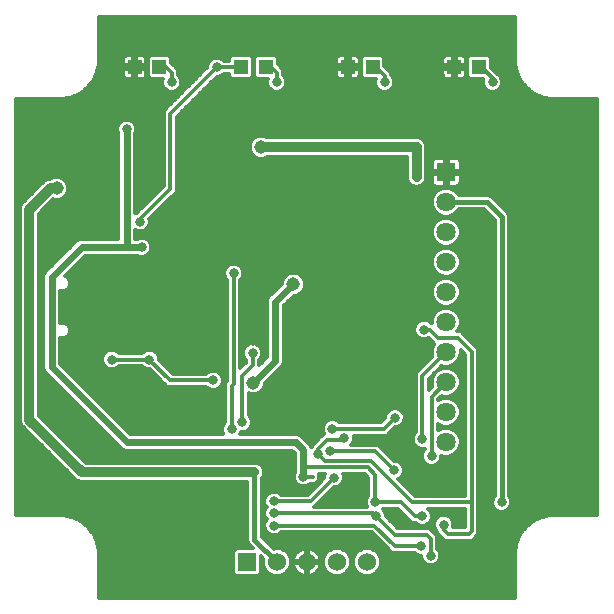
<source format=gbl>
G75*
%MOIN*%
%OFA0B0*%
%FSLAX25Y25*%
%IPPOS*%
%LPD*%
%AMOC8*
5,1,8,0,0,1.08239X$1,22.5*
%
%ADD10R,0.04724X0.04724*%
%ADD11R,0.06437X0.06437*%
%ADD12C,0.06437*%
%ADD13R,0.06024X0.06024*%
%ADD14C,0.06024*%
%ADD15C,0.03200*%
%ADD16C,0.01200*%
%ADD17C,0.03200*%
%ADD18C,0.04500*%
%ADD19C,0.01600*%
%ADD20C,0.02400*%
%ADD21C,0.01400*%
D10*
X0097114Y0241500D03*
X0105382Y0241500D03*
X0132646Y0241500D03*
X0140913Y0241500D03*
X0168177Y0241500D03*
X0176445Y0241500D03*
X0203705Y0241500D03*
X0211972Y0241500D03*
D11*
X0200961Y0206500D03*
D12*
X0200961Y0196500D03*
X0200961Y0186500D03*
X0200961Y0176500D03*
X0200961Y0166500D03*
X0200961Y0156500D03*
X0200961Y0146500D03*
X0200961Y0136500D03*
X0200961Y0126500D03*
X0200961Y0116500D03*
D13*
X0134543Y0076500D03*
D14*
X0144543Y0076500D03*
X0154543Y0076500D03*
X0164543Y0076500D03*
X0174543Y0076500D03*
D15*
X0172981Y0085250D03*
X0177668Y0091812D03*
X0177356Y0096500D03*
X0184856Y0090875D03*
X0192981Y0091812D03*
X0200168Y0089000D03*
X0204543Y0090250D03*
X0214231Y0083688D03*
X0219543Y0076500D03*
X0195793Y0078688D03*
X0192668Y0081813D03*
X0215481Y0097125D03*
X0219543Y0096500D03*
X0205168Y0102437D03*
X0189543Y0105562D03*
X0183606Y0107125D03*
X0172981Y0104625D03*
X0163606Y0104625D03*
X0153293Y0104937D03*
X0158293Y0112437D03*
X0162356Y0113375D03*
X0167043Y0117750D03*
X0162981Y0120875D03*
X0177356Y0124625D03*
X0183918Y0124625D03*
X0192981Y0117437D03*
X0196106Y0111812D03*
X0161731Y0096500D03*
X0143606Y0096812D03*
X0143606Y0092750D03*
X0143606Y0088687D03*
X0137043Y0106500D03*
X0129543Y0120875D03*
X0132981Y0123062D03*
X0117981Y0127437D03*
X0123293Y0137125D03*
X0136418Y0146188D03*
X0136731Y0150188D03*
X0123918Y0150875D03*
X0102043Y0144000D03*
X0089543Y0144000D03*
X0081731Y0148375D03*
X0082043Y0156500D03*
X0066731Y0137750D03*
X0094543Y0130562D03*
X0119543Y0111500D03*
X0109543Y0106500D03*
X0069543Y0096500D03*
X0089543Y0076500D03*
X0165981Y0144625D03*
X0152043Y0148125D03*
X0151543Y0160125D03*
X0130168Y0172750D03*
X0110793Y0192125D03*
X0104856Y0192125D03*
X0098981Y0189937D03*
X0099543Y0181500D03*
X0075168Y0183375D03*
X0067043Y0185250D03*
X0080541Y0211085D03*
X0094543Y0220750D03*
X0109543Y0236500D03*
X0124543Y0241500D03*
X0144543Y0236500D03*
X0139418Y0220875D03*
X0127543Y0211500D03*
X0139419Y0207750D03*
X0152543Y0207750D03*
X0144543Y0196500D03*
X0164856Y0184937D03*
X0177981Y0202125D03*
X0191165Y0204835D03*
X0191165Y0208272D03*
X0193606Y0188687D03*
X0193606Y0181500D03*
X0193918Y0168375D03*
X0193918Y0161188D03*
X0193606Y0154000D03*
X0192981Y0146188D03*
X0239543Y0096500D03*
X0117356Y0202125D03*
X0069543Y0226500D03*
X0066106Y0220250D03*
X0089543Y0246500D03*
X0169231Y0230250D03*
X0180481Y0236500D03*
X0216418Y0236500D03*
X0219543Y0246500D03*
X0239543Y0226500D03*
D16*
X0085277Y0078226D02*
X0085277Y0064675D01*
X0223809Y0064675D01*
X0223809Y0078226D01*
X0223766Y0078276D01*
X0223809Y0078880D01*
X0223809Y0079486D01*
X0223856Y0079532D01*
X0223896Y0080087D01*
X0223825Y0080196D01*
X0223942Y0080732D01*
X0223981Y0081279D01*
X0224079Y0081364D01*
X0224211Y0081970D01*
X0224157Y0082089D01*
X0224349Y0082602D01*
X0224465Y0083138D01*
X0224575Y0083208D01*
X0224792Y0083789D01*
X0224755Y0083914D01*
X0225018Y0084396D01*
X0225209Y0084909D01*
X0225328Y0084963D01*
X0225625Y0085508D01*
X0225606Y0085637D01*
X0225935Y0086076D01*
X0226198Y0086557D01*
X0226323Y0086593D01*
X0226694Y0087090D01*
X0226694Y0087220D01*
X0227082Y0087608D01*
X0227411Y0088047D01*
X0227539Y0088065D01*
X0227978Y0088504D01*
X0227997Y0088633D01*
X0228435Y0088961D01*
X0228823Y0089349D01*
X0228953Y0089349D01*
X0229450Y0089721D01*
X0229486Y0089846D01*
X0229968Y0090108D01*
X0230407Y0090437D01*
X0230536Y0090418D01*
X0231080Y0090716D01*
X0231134Y0090834D01*
X0231648Y0091026D01*
X0232129Y0091288D01*
X0232254Y0091252D01*
X0232835Y0091468D01*
X0232905Y0091578D01*
X0233441Y0091695D01*
X0233955Y0091886D01*
X0234073Y0091832D01*
X0234679Y0091964D01*
X0234764Y0092062D01*
X0235311Y0092101D01*
X0235847Y0092218D01*
X0235957Y0092148D01*
X0236511Y0092187D01*
X0236558Y0092234D01*
X0237163Y0092234D01*
X0237767Y0092277D01*
X0237817Y0092234D01*
X0251369Y0092234D01*
X0251369Y0230766D01*
X0237817Y0230766D01*
X0237767Y0230723D01*
X0237163Y0230766D01*
X0236558Y0230766D01*
X0236511Y0230813D01*
X0235957Y0230852D01*
X0235847Y0230782D01*
X0235311Y0230899D01*
X0234764Y0230938D01*
X0234679Y0231036D01*
X0234073Y0231168D01*
X0233955Y0231114D01*
X0233441Y0231305D01*
X0232905Y0231422D01*
X0232835Y0231532D01*
X0232254Y0231748D01*
X0232129Y0231712D01*
X0231648Y0231974D01*
X0231134Y0232166D01*
X0231080Y0232284D01*
X0230536Y0232582D01*
X0230407Y0232563D01*
X0229968Y0232892D01*
X0229486Y0233154D01*
X0229450Y0233279D01*
X0228953Y0233651D01*
X0228823Y0233651D01*
X0228435Y0234039D01*
X0227997Y0234367D01*
X0227978Y0234496D01*
X0227539Y0234935D01*
X0227411Y0234953D01*
X0227082Y0235392D01*
X0226694Y0235780D01*
X0226694Y0235910D01*
X0226323Y0236406D01*
X0226198Y0236443D01*
X0225935Y0236924D01*
X0225606Y0237363D01*
X0225625Y0237492D01*
X0225328Y0238037D01*
X0225209Y0238091D01*
X0225018Y0238604D01*
X0224755Y0239086D01*
X0224792Y0239211D01*
X0224575Y0239792D01*
X0224465Y0239862D01*
X0224349Y0240398D01*
X0224157Y0240911D01*
X0224211Y0241030D01*
X0224079Y0241636D01*
X0223981Y0241721D01*
X0223942Y0242268D01*
X0223825Y0242804D01*
X0223896Y0242913D01*
X0223856Y0243468D01*
X0223809Y0243514D01*
X0223809Y0244120D01*
X0223766Y0244724D01*
X0223809Y0244774D01*
X0223809Y0258325D01*
X0085277Y0258325D01*
X0085277Y0244774D01*
X0085320Y0244724D01*
X0085277Y0244120D01*
X0085277Y0243514D01*
X0085230Y0243468D01*
X0085191Y0242913D01*
X0085261Y0242804D01*
X0085145Y0242268D01*
X0085106Y0241721D01*
X0085007Y0241636D01*
X0084875Y0241030D01*
X0084929Y0240911D01*
X0084738Y0240398D01*
X0084621Y0239862D01*
X0084512Y0239792D01*
X0084295Y0239211D01*
X0084332Y0239086D01*
X0084069Y0238604D01*
X0083877Y0238091D01*
X0083759Y0238037D01*
X0083462Y0237492D01*
X0083480Y0237363D01*
X0083152Y0236924D01*
X0082889Y0236443D01*
X0082764Y0236406D01*
X0082392Y0235910D01*
X0082392Y0235780D01*
X0082005Y0235392D01*
X0081676Y0234953D01*
X0081547Y0234935D01*
X0081109Y0234496D01*
X0081090Y0234367D01*
X0080651Y0234039D01*
X0080263Y0233651D01*
X0080133Y0233651D01*
X0079637Y0233279D01*
X0079600Y0233154D01*
X0079119Y0232892D01*
X0078680Y0232563D01*
X0078551Y0232582D01*
X0078007Y0232284D01*
X0077953Y0232166D01*
X0077439Y0231974D01*
X0076958Y0231712D01*
X0076833Y0231748D01*
X0076252Y0231532D01*
X0076181Y0231422D01*
X0075646Y0231305D01*
X0075132Y0231114D01*
X0075013Y0231168D01*
X0074407Y0231036D01*
X0074322Y0230938D01*
X0073775Y0230899D01*
X0073240Y0230782D01*
X0073130Y0230852D01*
X0072576Y0230813D01*
X0072529Y0230766D01*
X0071923Y0230766D01*
X0071319Y0230723D01*
X0071269Y0230766D01*
X0057718Y0230766D01*
X0057718Y0092234D01*
X0071269Y0092234D01*
X0071319Y0092277D01*
X0071923Y0092234D01*
X0072529Y0092234D01*
X0072576Y0092187D01*
X0073130Y0092148D01*
X0073240Y0092218D01*
X0073775Y0092101D01*
X0074322Y0092062D01*
X0074407Y0091964D01*
X0075013Y0091832D01*
X0075132Y0091886D01*
X0075646Y0091695D01*
X0076181Y0091578D01*
X0076252Y0091468D01*
X0076833Y0091252D01*
X0076958Y0091288D01*
X0077439Y0091026D01*
X0077953Y0090834D01*
X0078007Y0090716D01*
X0078551Y0090418D01*
X0078680Y0090437D01*
X0079119Y0090108D01*
X0079600Y0089846D01*
X0079637Y0089721D01*
X0080133Y0089349D01*
X0080263Y0089349D01*
X0080651Y0088961D01*
X0081090Y0088633D01*
X0081109Y0088504D01*
X0081547Y0088065D01*
X0081676Y0088047D01*
X0082005Y0087608D01*
X0082392Y0087220D01*
X0082392Y0087090D01*
X0082764Y0086593D01*
X0082889Y0086557D01*
X0083152Y0086076D01*
X0083480Y0085637D01*
X0083462Y0085508D01*
X0083759Y0084963D01*
X0083877Y0084909D01*
X0084069Y0084396D01*
X0084332Y0083914D01*
X0084295Y0083789D01*
X0084512Y0083208D01*
X0084621Y0083138D01*
X0084738Y0082602D01*
X0084929Y0082089D01*
X0084875Y0081970D01*
X0085007Y0081364D01*
X0085106Y0081279D01*
X0085145Y0080732D01*
X0085261Y0080196D01*
X0085191Y0080087D01*
X0085230Y0079532D01*
X0085277Y0079486D01*
X0085277Y0078880D01*
X0085320Y0078276D01*
X0085277Y0078226D01*
X0085320Y0078279D02*
X0129931Y0078279D01*
X0129931Y0077081D02*
X0085277Y0077081D01*
X0085277Y0075882D02*
X0129931Y0075882D01*
X0129931Y0074684D02*
X0085277Y0074684D01*
X0085277Y0073485D02*
X0129931Y0073485D01*
X0129931Y0072825D02*
X0130869Y0071888D01*
X0138218Y0071888D01*
X0139155Y0072825D01*
X0139155Y0078494D01*
X0140019Y0077630D01*
X0139931Y0077417D01*
X0139931Y0075583D01*
X0140634Y0073888D01*
X0141931Y0072590D01*
X0143626Y0071888D01*
X0145461Y0071888D01*
X0147156Y0072590D01*
X0148453Y0073888D01*
X0149155Y0075583D01*
X0149155Y0077417D01*
X0148453Y0079112D01*
X0147156Y0080410D01*
X0145461Y0081112D01*
X0143626Y0081112D01*
X0143414Y0081024D01*
X0139443Y0084994D01*
X0139443Y0104375D01*
X0139756Y0104687D01*
X0140243Y0105863D01*
X0140243Y0107137D01*
X0139756Y0108313D01*
X0138856Y0109213D01*
X0137680Y0109700D01*
X0080869Y0109700D01*
X0065243Y0125325D01*
X0065243Y0192675D01*
X0069945Y0197376D01*
X0070340Y0197212D01*
X0071872Y0197212D01*
X0073287Y0197799D01*
X0074370Y0198882D01*
X0074956Y0200297D01*
X0074956Y0201828D01*
X0074370Y0203243D01*
X0073287Y0204326D01*
X0071872Y0204912D01*
X0070340Y0204912D01*
X0068925Y0204326D01*
X0068861Y0204262D01*
X0068469Y0204262D01*
X0067293Y0203775D01*
X0059330Y0195813D01*
X0058843Y0194637D01*
X0058843Y0123363D01*
X0059330Y0122187D01*
X0060231Y0121287D01*
X0077731Y0103787D01*
X0078907Y0103300D01*
X0134643Y0103300D01*
X0134643Y0083523D01*
X0135009Y0082641D01*
X0136537Y0081112D01*
X0130869Y0081112D01*
X0129931Y0080175D01*
X0129931Y0072825D01*
X0130470Y0072287D02*
X0085277Y0072287D01*
X0085277Y0071088D02*
X0223809Y0071088D01*
X0223809Y0069890D02*
X0085277Y0069890D01*
X0085277Y0068691D02*
X0223809Y0068691D01*
X0223809Y0067493D02*
X0085277Y0067493D01*
X0085277Y0066294D02*
X0223809Y0066294D01*
X0223809Y0065096D02*
X0085277Y0065096D01*
X0085277Y0079478D02*
X0129931Y0079478D01*
X0130433Y0080676D02*
X0085157Y0080676D01*
X0084896Y0081875D02*
X0135774Y0081875D01*
X0134829Y0083073D02*
X0084635Y0083073D01*
X0084137Y0084272D02*
X0134643Y0084272D01*
X0134643Y0085470D02*
X0083482Y0085470D01*
X0082708Y0086669D02*
X0134643Y0086669D01*
X0134643Y0087867D02*
X0081810Y0087867D01*
X0080547Y0089066D02*
X0134643Y0089066D01*
X0134643Y0090264D02*
X0078911Y0090264D01*
X0076267Y0091463D02*
X0134643Y0091463D01*
X0134643Y0092661D02*
X0057718Y0092661D01*
X0057718Y0093860D02*
X0134643Y0093860D01*
X0134643Y0095058D02*
X0057718Y0095058D01*
X0057718Y0096257D02*
X0134643Y0096257D01*
X0134643Y0097455D02*
X0057718Y0097455D01*
X0057718Y0098654D02*
X0134643Y0098654D01*
X0134643Y0099852D02*
X0057718Y0099852D01*
X0057718Y0101051D02*
X0134643Y0101051D01*
X0134643Y0102249D02*
X0057718Y0102249D01*
X0057718Y0103448D02*
X0078550Y0103448D01*
X0076871Y0104646D02*
X0057718Y0104646D01*
X0057718Y0105845D02*
X0075673Y0105845D01*
X0074474Y0107043D02*
X0057718Y0107043D01*
X0057718Y0108242D02*
X0073276Y0108242D01*
X0072077Y0109440D02*
X0057718Y0109440D01*
X0057718Y0110639D02*
X0070879Y0110639D01*
X0069680Y0111837D02*
X0057718Y0111837D01*
X0057718Y0113036D02*
X0068482Y0113036D01*
X0067283Y0114234D02*
X0057718Y0114234D01*
X0057718Y0115433D02*
X0066085Y0115433D01*
X0064886Y0116632D02*
X0057718Y0116632D01*
X0057718Y0117830D02*
X0063688Y0117830D01*
X0062489Y0119029D02*
X0057718Y0119029D01*
X0057718Y0120227D02*
X0061291Y0120227D01*
X0060092Y0121426D02*
X0057718Y0121426D01*
X0057718Y0122624D02*
X0059150Y0122624D01*
X0058843Y0123823D02*
X0057718Y0123823D01*
X0057718Y0125021D02*
X0058843Y0125021D01*
X0058843Y0126220D02*
X0057718Y0126220D01*
X0057718Y0127418D02*
X0058843Y0127418D01*
X0058843Y0128617D02*
X0057718Y0128617D01*
X0057718Y0129815D02*
X0058843Y0129815D01*
X0058843Y0131014D02*
X0057718Y0131014D01*
X0057718Y0132212D02*
X0058843Y0132212D01*
X0058843Y0133411D02*
X0057718Y0133411D01*
X0057718Y0134609D02*
X0058843Y0134609D01*
X0058843Y0135808D02*
X0057718Y0135808D01*
X0057718Y0137006D02*
X0058843Y0137006D01*
X0058843Y0138205D02*
X0057718Y0138205D01*
X0057718Y0139403D02*
X0058843Y0139403D01*
X0058843Y0140602D02*
X0057718Y0140602D01*
X0057718Y0141800D02*
X0058843Y0141800D01*
X0058843Y0142999D02*
X0057718Y0142999D01*
X0057718Y0144197D02*
X0058843Y0144197D01*
X0058843Y0145396D02*
X0057718Y0145396D01*
X0057718Y0146594D02*
X0058843Y0146594D01*
X0058843Y0147793D02*
X0057718Y0147793D01*
X0057718Y0148991D02*
X0058843Y0148991D01*
X0058843Y0150190D02*
X0057718Y0150190D01*
X0057718Y0151388D02*
X0058843Y0151388D01*
X0058843Y0152587D02*
X0057718Y0152587D01*
X0057718Y0153785D02*
X0058843Y0153785D01*
X0058843Y0154984D02*
X0057718Y0154984D01*
X0057718Y0156182D02*
X0058843Y0156182D01*
X0058843Y0157381D02*
X0057718Y0157381D01*
X0057718Y0158579D02*
X0058843Y0158579D01*
X0058843Y0159778D02*
X0057718Y0159778D01*
X0057718Y0160976D02*
X0058843Y0160976D01*
X0058843Y0162175D02*
X0057718Y0162175D01*
X0057718Y0163373D02*
X0058843Y0163373D01*
X0058843Y0164572D02*
X0057718Y0164572D01*
X0057718Y0165770D02*
X0058843Y0165770D01*
X0058843Y0166969D02*
X0057718Y0166969D01*
X0057718Y0168168D02*
X0058843Y0168168D01*
X0058843Y0169366D02*
X0057718Y0169366D01*
X0057718Y0170565D02*
X0058843Y0170565D01*
X0058843Y0171763D02*
X0057718Y0171763D01*
X0057718Y0172962D02*
X0058843Y0172962D01*
X0058843Y0174160D02*
X0057718Y0174160D01*
X0057718Y0175359D02*
X0058843Y0175359D01*
X0058843Y0176557D02*
X0057718Y0176557D01*
X0057718Y0177756D02*
X0058843Y0177756D01*
X0058843Y0178954D02*
X0057718Y0178954D01*
X0057718Y0180153D02*
X0058843Y0180153D01*
X0058843Y0181351D02*
X0057718Y0181351D01*
X0057718Y0182550D02*
X0058843Y0182550D01*
X0058843Y0183748D02*
X0057718Y0183748D01*
X0057718Y0184947D02*
X0058843Y0184947D01*
X0058843Y0186145D02*
X0057718Y0186145D01*
X0057718Y0187344D02*
X0058843Y0187344D01*
X0058843Y0188542D02*
X0057718Y0188542D01*
X0057718Y0189741D02*
X0058843Y0189741D01*
X0058843Y0190939D02*
X0057718Y0190939D01*
X0057718Y0192138D02*
X0058843Y0192138D01*
X0058843Y0193336D02*
X0057718Y0193336D01*
X0057718Y0194535D02*
X0058843Y0194535D01*
X0059298Y0195733D02*
X0057718Y0195733D01*
X0057718Y0196932D02*
X0060450Y0196932D01*
X0061648Y0198130D02*
X0057718Y0198130D01*
X0057718Y0199329D02*
X0062847Y0199329D01*
X0064045Y0200527D02*
X0057718Y0200527D01*
X0057718Y0201726D02*
X0065244Y0201726D01*
X0066442Y0202924D02*
X0057718Y0202924D01*
X0057718Y0204123D02*
X0068132Y0204123D01*
X0073490Y0204123D02*
X0091743Y0204123D01*
X0091743Y0205321D02*
X0057718Y0205321D01*
X0057718Y0206520D02*
X0091743Y0206520D01*
X0091743Y0207718D02*
X0057718Y0207718D01*
X0057718Y0208917D02*
X0091743Y0208917D01*
X0091743Y0210115D02*
X0057718Y0210115D01*
X0057718Y0211314D02*
X0091743Y0211314D01*
X0091743Y0212512D02*
X0057718Y0212512D01*
X0057718Y0213711D02*
X0091743Y0213711D01*
X0091743Y0214909D02*
X0057718Y0214909D01*
X0057718Y0216108D02*
X0091743Y0216108D01*
X0091743Y0217306D02*
X0057718Y0217306D01*
X0057718Y0218505D02*
X0091743Y0218505D01*
X0091743Y0219148D02*
X0091743Y0184300D01*
X0078986Y0184300D01*
X0077957Y0183874D01*
X0067957Y0173874D01*
X0067170Y0173086D01*
X0066743Y0172057D01*
X0066743Y0140943D01*
X0067170Y0139914D01*
X0092170Y0114914D01*
X0092957Y0114126D01*
X0093986Y0113700D01*
X0149634Y0113700D01*
X0150493Y0112840D01*
X0150493Y0106540D01*
X0150093Y0105574D01*
X0150093Y0104301D01*
X0150580Y0103125D01*
X0151481Y0102225D01*
X0152657Y0101737D01*
X0153930Y0101737D01*
X0155106Y0102225D01*
X0155519Y0102637D01*
X0157371Y0102637D01*
X0158718Y0103985D01*
X0158718Y0105762D01*
X0160613Y0105762D01*
X0160406Y0105262D01*
X0160406Y0104536D01*
X0154882Y0099012D01*
X0145931Y0099012D01*
X0145418Y0099525D01*
X0144242Y0100012D01*
X0142969Y0100012D01*
X0141793Y0099525D01*
X0140893Y0098625D01*
X0140406Y0097449D01*
X0140406Y0096176D01*
X0140893Y0095000D01*
X0141112Y0094781D01*
X0140893Y0094563D01*
X0140406Y0093387D01*
X0140406Y0092113D01*
X0140893Y0090937D01*
X0141112Y0090719D01*
X0140893Y0090500D01*
X0140406Y0089324D01*
X0140406Y0088051D01*
X0140893Y0086875D01*
X0141793Y0085975D01*
X0142969Y0085488D01*
X0144242Y0085488D01*
X0145418Y0085975D01*
X0145931Y0086487D01*
X0176132Y0086487D01*
X0183007Y0079613D01*
X0190343Y0079613D01*
X0190856Y0079100D01*
X0192032Y0078613D01*
X0192593Y0078613D01*
X0192593Y0078051D01*
X0193080Y0076875D01*
X0193981Y0075975D01*
X0195157Y0075488D01*
X0196430Y0075488D01*
X0197606Y0075975D01*
X0198506Y0076875D01*
X0198993Y0078051D01*
X0198993Y0079324D01*
X0198506Y0080500D01*
X0197993Y0081013D01*
X0197993Y0085224D01*
X0196743Y0086474D01*
X0195455Y0087762D01*
X0184830Y0087762D01*
X0180868Y0091724D01*
X0180868Y0092449D01*
X0180381Y0093625D01*
X0179806Y0094200D01*
X0184841Y0094200D01*
X0189528Y0089512D01*
X0190755Y0089512D01*
X0191168Y0089100D01*
X0192344Y0088612D01*
X0193617Y0088612D01*
X0194793Y0089100D01*
X0195694Y0090000D01*
X0196181Y0091176D01*
X0196181Y0092449D01*
X0195694Y0093625D01*
X0195019Y0094300D01*
X0207343Y0094300D01*
X0207343Y0088075D01*
X0203249Y0088075D01*
X0203368Y0088363D01*
X0203368Y0089637D01*
X0202881Y0090813D01*
X0201981Y0091713D01*
X0200805Y0092200D01*
X0199532Y0092200D01*
X0198356Y0091713D01*
X0197455Y0090813D01*
X0196968Y0089637D01*
X0196968Y0088363D01*
X0197455Y0087187D01*
X0197968Y0086675D01*
X0197968Y0086214D01*
X0199218Y0084964D01*
X0200507Y0083675D01*
X0209517Y0083675D01*
X0210455Y0084613D01*
X0211743Y0085901D01*
X0211743Y0147411D01*
X0210455Y0148700D01*
X0205767Y0153387D01*
X0204662Y0153387D01*
X0205046Y0153771D01*
X0205779Y0155542D01*
X0205779Y0157458D01*
X0205046Y0159229D01*
X0203690Y0160585D01*
X0201919Y0161318D01*
X0200002Y0161318D01*
X0198231Y0160585D01*
X0196876Y0159229D01*
X0196142Y0157458D01*
X0196142Y0156200D01*
X0195931Y0156200D01*
X0195418Y0156713D01*
X0194242Y0157200D01*
X0192969Y0157200D01*
X0191793Y0156713D01*
X0190893Y0155813D01*
X0190406Y0154637D01*
X0190406Y0153363D01*
X0190893Y0152187D01*
X0191793Y0151287D01*
X0192969Y0150800D01*
X0194242Y0150800D01*
X0195181Y0151189D01*
X0196093Y0150276D01*
X0197008Y0149362D01*
X0196876Y0149229D01*
X0196142Y0147458D01*
X0196142Y0145542D01*
X0196361Y0145012D01*
X0190781Y0139431D01*
X0190781Y0119763D01*
X0190268Y0119250D01*
X0189781Y0118074D01*
X0189781Y0116801D01*
X0190268Y0115625D01*
X0191168Y0114725D01*
X0192344Y0114237D01*
X0193617Y0114237D01*
X0193906Y0114357D01*
X0193906Y0114138D01*
X0193393Y0113625D01*
X0192906Y0112449D01*
X0192906Y0111176D01*
X0193393Y0110000D01*
X0194293Y0109100D01*
X0195469Y0108612D01*
X0196742Y0108612D01*
X0197918Y0109100D01*
X0198819Y0110000D01*
X0199306Y0111176D01*
X0199306Y0111970D01*
X0200002Y0111681D01*
X0201919Y0111681D01*
X0203690Y0112415D01*
X0205046Y0113771D01*
X0205779Y0115542D01*
X0205779Y0117458D01*
X0205046Y0119229D01*
X0203690Y0120585D01*
X0201919Y0121318D01*
X0200002Y0121318D01*
X0198306Y0120616D01*
X0198306Y0122384D01*
X0200002Y0121681D01*
X0201919Y0121681D01*
X0203690Y0122415D01*
X0205046Y0123771D01*
X0205779Y0125542D01*
X0205779Y0127458D01*
X0205046Y0129229D01*
X0203690Y0130585D01*
X0201919Y0131318D01*
X0200002Y0131318D01*
X0198306Y0130616D01*
X0198306Y0130734D01*
X0199473Y0131901D01*
X0200002Y0131681D01*
X0201919Y0131681D01*
X0203690Y0132415D01*
X0205046Y0133771D01*
X0205779Y0135542D01*
X0205779Y0137458D01*
X0205046Y0139229D01*
X0203690Y0140585D01*
X0201919Y0141318D01*
X0200002Y0141318D01*
X0198231Y0140585D01*
X0196876Y0139229D01*
X0196142Y0137458D01*
X0196142Y0135542D01*
X0196361Y0135012D01*
X0195181Y0133831D01*
X0195181Y0137609D01*
X0199473Y0141901D01*
X0200002Y0141681D01*
X0201919Y0141681D01*
X0203690Y0142415D01*
X0205046Y0143771D01*
X0205779Y0145542D01*
X0205779Y0147153D01*
X0207343Y0145589D01*
X0207343Y0098700D01*
X0190455Y0098700D01*
X0184940Y0104214D01*
X0185418Y0104412D01*
X0186319Y0105312D01*
X0186806Y0106488D01*
X0186806Y0107762D01*
X0186319Y0108938D01*
X0185418Y0109838D01*
X0184242Y0110325D01*
X0183517Y0110325D01*
X0178267Y0115575D01*
X0169394Y0115575D01*
X0169756Y0115937D01*
X0170243Y0117113D01*
X0170243Y0118387D01*
X0170124Y0118675D01*
X0181080Y0118675D01*
X0183830Y0121425D01*
X0184555Y0121425D01*
X0185731Y0121912D01*
X0186631Y0122812D01*
X0187118Y0123988D01*
X0187118Y0125262D01*
X0186631Y0126438D01*
X0185731Y0127338D01*
X0184555Y0127825D01*
X0183282Y0127825D01*
X0182106Y0127338D01*
X0181205Y0126438D01*
X0180718Y0125262D01*
X0180718Y0124536D01*
X0179257Y0123075D01*
X0165306Y0123075D01*
X0164793Y0123588D01*
X0163617Y0124075D01*
X0162344Y0124075D01*
X0161168Y0123588D01*
X0160268Y0122688D01*
X0159781Y0121512D01*
X0159781Y0120238D01*
X0160170Y0119300D01*
X0158906Y0118036D01*
X0156093Y0115224D01*
X0156093Y0114763D01*
X0156033Y0114703D01*
X0155667Y0115586D01*
X0152379Y0118874D01*
X0151350Y0119300D01*
X0132355Y0119300D01*
X0132588Y0119862D01*
X0133617Y0119862D01*
X0134793Y0120350D01*
X0135694Y0121250D01*
X0136181Y0122426D01*
X0136181Y0123699D01*
X0135694Y0124875D01*
X0135181Y0125388D01*
X0135181Y0132787D01*
X0135965Y0132463D01*
X0137497Y0132463D01*
X0138912Y0133049D01*
X0139995Y0134132D01*
X0140581Y0135547D01*
X0140581Y0136203D01*
X0146417Y0142039D01*
X0146843Y0143068D01*
X0146843Y0161965D01*
X0150153Y0165275D01*
X0150809Y0165275D01*
X0152224Y0165861D01*
X0153307Y0166944D01*
X0153893Y0168359D01*
X0153893Y0169891D01*
X0153307Y0171306D01*
X0152224Y0172389D01*
X0150809Y0172975D01*
X0149277Y0172975D01*
X0147862Y0172389D01*
X0146779Y0171306D01*
X0146193Y0169891D01*
X0146193Y0169235D01*
X0141670Y0164711D01*
X0141243Y0163682D01*
X0141243Y0144785D01*
X0138618Y0142160D01*
X0138618Y0143862D01*
X0139131Y0144375D01*
X0139618Y0145551D01*
X0139618Y0146824D01*
X0139131Y0148000D01*
X0138231Y0148900D01*
X0137055Y0149387D01*
X0135782Y0149387D01*
X0134606Y0148900D01*
X0133705Y0148000D01*
X0133218Y0146824D01*
X0133218Y0145551D01*
X0133705Y0144375D01*
X0134218Y0143862D01*
X0134218Y0143036D01*
X0132368Y0141186D01*
X0132368Y0170425D01*
X0132881Y0170937D01*
X0133368Y0172113D01*
X0133368Y0173387D01*
X0132881Y0174563D01*
X0131981Y0175463D01*
X0130805Y0175950D01*
X0129532Y0175950D01*
X0128356Y0175463D01*
X0127455Y0174563D01*
X0126968Y0173387D01*
X0126968Y0172113D01*
X0127455Y0170937D01*
X0127968Y0170425D01*
X0127968Y0136786D01*
X0127343Y0136161D01*
X0127343Y0123200D01*
X0126830Y0122688D01*
X0126343Y0121512D01*
X0126343Y0120238D01*
X0126732Y0119300D01*
X0095703Y0119300D01*
X0072343Y0142660D01*
X0072343Y0151104D01*
X0072494Y0151042D01*
X0073522Y0151042D01*
X0074472Y0151435D01*
X0075199Y0152162D01*
X0075592Y0153112D01*
X0075592Y0154140D01*
X0075199Y0155090D01*
X0074472Y0155817D01*
X0073522Y0156210D01*
X0072494Y0156210D01*
X0072343Y0156148D01*
X0072343Y0166852D01*
X0072494Y0166790D01*
X0073522Y0166790D01*
X0074472Y0167183D01*
X0075199Y0167910D01*
X0075592Y0168860D01*
X0075592Y0169888D01*
X0075199Y0170838D01*
X0074472Y0171565D01*
X0073833Y0171830D01*
X0080703Y0178700D01*
X0097941Y0178700D01*
X0098907Y0178300D01*
X0100180Y0178300D01*
X0101356Y0178787D01*
X0102256Y0179687D01*
X0102743Y0180863D01*
X0102743Y0182137D01*
X0102256Y0183313D01*
X0101356Y0184213D01*
X0100180Y0184700D01*
X0098907Y0184700D01*
X0097941Y0184300D01*
X0097343Y0184300D01*
X0097343Y0187152D01*
X0098344Y0186737D01*
X0099617Y0186737D01*
X0100793Y0187225D01*
X0101694Y0188125D01*
X0102181Y0189301D01*
X0102181Y0190574D01*
X0102048Y0190894D01*
X0111181Y0200026D01*
X0111181Y0225026D01*
X0124455Y0238300D01*
X0125180Y0238300D01*
X0126356Y0238787D01*
X0126869Y0239300D01*
X0128683Y0239300D01*
X0128683Y0238475D01*
X0129621Y0237538D01*
X0135671Y0237538D01*
X0136608Y0238475D01*
X0136608Y0244525D01*
X0135671Y0245462D01*
X0129621Y0245462D01*
X0128683Y0244525D01*
X0128683Y0243700D01*
X0126869Y0243700D01*
X0126356Y0244213D01*
X0125180Y0244700D01*
X0123907Y0244700D01*
X0122731Y0244213D01*
X0121830Y0243313D01*
X0121343Y0242137D01*
X0121343Y0241411D01*
X0108070Y0228137D01*
X0106781Y0226849D01*
X0106781Y0201849D01*
X0098070Y0193137D01*
X0097875Y0192943D01*
X0097343Y0192723D01*
X0097343Y0219148D01*
X0097743Y0220113D01*
X0097743Y0221387D01*
X0097256Y0222563D01*
X0096356Y0223463D01*
X0095180Y0223950D01*
X0093907Y0223950D01*
X0092731Y0223463D01*
X0091830Y0222563D01*
X0091343Y0221387D01*
X0091343Y0220113D01*
X0091743Y0219148D01*
X0091513Y0219703D02*
X0057718Y0219703D01*
X0057718Y0220902D02*
X0091343Y0220902D01*
X0091639Y0222101D02*
X0057718Y0222101D01*
X0057718Y0223299D02*
X0092567Y0223299D01*
X0096520Y0223299D02*
X0106781Y0223299D01*
X0106781Y0222101D02*
X0097448Y0222101D01*
X0097743Y0220902D02*
X0106781Y0220902D01*
X0106781Y0219703D02*
X0097573Y0219703D01*
X0097343Y0218505D02*
X0106781Y0218505D01*
X0106781Y0217306D02*
X0097343Y0217306D01*
X0097343Y0216108D02*
X0106781Y0216108D01*
X0106781Y0214909D02*
X0097343Y0214909D01*
X0097343Y0213711D02*
X0106781Y0213711D01*
X0106781Y0212512D02*
X0097343Y0212512D01*
X0097343Y0211314D02*
X0106781Y0211314D01*
X0106781Y0210115D02*
X0097343Y0210115D01*
X0097343Y0208917D02*
X0106781Y0208917D01*
X0106781Y0207718D02*
X0097343Y0207718D01*
X0097343Y0206520D02*
X0106781Y0206520D01*
X0106781Y0205321D02*
X0097343Y0205321D01*
X0097343Y0204123D02*
X0106781Y0204123D01*
X0106781Y0202924D02*
X0097343Y0202924D01*
X0097343Y0201726D02*
X0106658Y0201726D01*
X0105459Y0200527D02*
X0097343Y0200527D01*
X0097343Y0199329D02*
X0104261Y0199329D01*
X0103062Y0198130D02*
X0097343Y0198130D01*
X0097343Y0196932D02*
X0101864Y0196932D01*
X0100665Y0195733D02*
X0097343Y0195733D01*
X0097343Y0194535D02*
X0099467Y0194535D01*
X0098268Y0193336D02*
X0097343Y0193336D01*
X0098981Y0190937D02*
X0098981Y0189937D01*
X0098981Y0190937D02*
X0108981Y0200937D01*
X0108981Y0225937D01*
X0124543Y0241500D01*
X0132646Y0241500D01*
X0136608Y0241277D02*
X0136951Y0241277D01*
X0136951Y0242475D02*
X0136608Y0242475D01*
X0136608Y0243674D02*
X0136951Y0243674D01*
X0136951Y0244525D02*
X0136951Y0238475D01*
X0137888Y0237538D01*
X0141510Y0237538D01*
X0141343Y0237137D01*
X0141343Y0235863D01*
X0141830Y0234687D01*
X0142731Y0233787D01*
X0143907Y0233300D01*
X0145180Y0233300D01*
X0146356Y0233787D01*
X0147256Y0234687D01*
X0147743Y0235863D01*
X0147743Y0237137D01*
X0147256Y0238313D01*
X0146743Y0238825D01*
X0146743Y0240536D01*
X0145455Y0241825D01*
X0144876Y0242404D01*
X0144876Y0244525D01*
X0143938Y0245462D01*
X0137888Y0245462D01*
X0136951Y0244525D01*
X0137298Y0244872D02*
X0136261Y0244872D01*
X0140913Y0241500D02*
X0142668Y0241500D01*
X0144543Y0239625D01*
X0144543Y0236500D01*
X0141343Y0236483D02*
X0122637Y0236483D01*
X0123836Y0237681D02*
X0129477Y0237681D01*
X0128683Y0238880D02*
X0126448Y0238880D01*
X0121209Y0241277D02*
X0111003Y0241277D01*
X0110455Y0241825D02*
X0109344Y0242935D01*
X0109344Y0244525D01*
X0108407Y0245462D01*
X0102357Y0245462D01*
X0101420Y0244525D01*
X0101420Y0238475D01*
X0102357Y0237538D01*
X0106510Y0237538D01*
X0106343Y0237137D01*
X0106343Y0235863D01*
X0106830Y0234687D01*
X0107731Y0233787D01*
X0108907Y0233300D01*
X0110180Y0233300D01*
X0111356Y0233787D01*
X0112256Y0234687D01*
X0112743Y0235863D01*
X0112743Y0237137D01*
X0112256Y0238313D01*
X0111743Y0238825D01*
X0111743Y0240536D01*
X0110455Y0241825D01*
X0109804Y0242475D02*
X0121484Y0242475D01*
X0122192Y0243674D02*
X0109344Y0243674D01*
X0108997Y0244872D02*
X0129031Y0244872D01*
X0136608Y0240078D02*
X0136951Y0240078D01*
X0136951Y0238880D02*
X0136608Y0238880D01*
X0135814Y0237681D02*
X0137745Y0237681D01*
X0141583Y0235284D02*
X0121439Y0235284D01*
X0120240Y0234086D02*
X0142432Y0234086D01*
X0146654Y0234086D02*
X0178370Y0234086D01*
X0178668Y0233787D02*
X0179844Y0233300D01*
X0181117Y0233300D01*
X0182293Y0233787D01*
X0183194Y0234687D01*
X0183681Y0235863D01*
X0183681Y0237137D01*
X0183194Y0238313D01*
X0182681Y0238825D01*
X0182681Y0239599D01*
X0181392Y0240887D01*
X0180407Y0241872D01*
X0180407Y0244525D01*
X0179470Y0245462D01*
X0173420Y0245462D01*
X0172483Y0244525D01*
X0172483Y0238475D01*
X0173420Y0237538D01*
X0177447Y0237538D01*
X0177281Y0237137D01*
X0177281Y0235863D01*
X0177768Y0234687D01*
X0178668Y0233787D01*
X0177521Y0235284D02*
X0147503Y0235284D01*
X0147743Y0236483D02*
X0177281Y0236483D01*
X0180481Y0236500D02*
X0180481Y0238687D01*
X0177668Y0241500D01*
X0176445Y0241500D01*
X0172483Y0241277D02*
X0168758Y0241277D01*
X0168758Y0240919D02*
X0168758Y0242081D01*
X0167596Y0242081D01*
X0167596Y0240919D01*
X0164215Y0240919D01*
X0164215Y0238927D01*
X0164324Y0238520D01*
X0164535Y0238155D01*
X0164833Y0237857D01*
X0165197Y0237647D01*
X0165604Y0237538D01*
X0167596Y0237538D01*
X0167596Y0240919D01*
X0168758Y0240919D01*
X0168758Y0237538D01*
X0170750Y0237538D01*
X0171157Y0237647D01*
X0171522Y0237857D01*
X0171820Y0238155D01*
X0172030Y0238520D01*
X0172139Y0238927D01*
X0172139Y0240919D01*
X0168758Y0240919D01*
X0168758Y0240078D02*
X0167596Y0240078D01*
X0167596Y0238880D02*
X0168758Y0238880D01*
X0168758Y0237681D02*
X0167596Y0237681D01*
X0165138Y0237681D02*
X0147518Y0237681D01*
X0146743Y0238880D02*
X0164228Y0238880D01*
X0164215Y0240078D02*
X0146743Y0240078D01*
X0146003Y0241277D02*
X0167596Y0241277D01*
X0167596Y0242081D02*
X0164215Y0242081D01*
X0164215Y0244073D01*
X0164324Y0244480D01*
X0164535Y0244845D01*
X0164833Y0245143D01*
X0165197Y0245353D01*
X0165604Y0245462D01*
X0167596Y0245462D01*
X0167596Y0242081D01*
X0167596Y0242475D02*
X0168758Y0242475D01*
X0168758Y0242081D02*
X0168758Y0245462D01*
X0170750Y0245462D01*
X0171157Y0245353D01*
X0171522Y0245143D01*
X0171820Y0244845D01*
X0172030Y0244480D01*
X0172139Y0244073D01*
X0172139Y0242081D01*
X0168758Y0242081D01*
X0168758Y0243674D02*
X0167596Y0243674D01*
X0167596Y0244872D02*
X0168758Y0244872D01*
X0171792Y0244872D02*
X0172830Y0244872D01*
X0172483Y0243674D02*
X0172139Y0243674D01*
X0172139Y0242475D02*
X0172483Y0242475D01*
X0172483Y0240078D02*
X0172139Y0240078D01*
X0172127Y0238880D02*
X0172483Y0238880D01*
X0173277Y0237681D02*
X0171216Y0237681D01*
X0164215Y0242475D02*
X0144876Y0242475D01*
X0144876Y0243674D02*
X0164215Y0243674D01*
X0164562Y0244872D02*
X0144528Y0244872D01*
X0120010Y0240078D02*
X0111743Y0240078D01*
X0111743Y0238880D02*
X0118812Y0238880D01*
X0117613Y0237681D02*
X0112518Y0237681D01*
X0112743Y0236483D02*
X0116415Y0236483D01*
X0115216Y0235284D02*
X0112503Y0235284D01*
X0111654Y0234086D02*
X0114018Y0234086D01*
X0112819Y0232887D02*
X0079113Y0232887D01*
X0080714Y0234086D02*
X0107432Y0234086D01*
X0106583Y0235284D02*
X0081924Y0235284D01*
X0082910Y0236483D02*
X0106343Y0236483D01*
X0109543Y0236500D02*
X0109543Y0239625D01*
X0107668Y0241500D01*
X0105382Y0241500D01*
X0101420Y0241277D02*
X0097695Y0241277D01*
X0097695Y0240919D02*
X0097695Y0242081D01*
X0096533Y0242081D01*
X0096533Y0240919D01*
X0093152Y0240919D01*
X0093152Y0238927D01*
X0093261Y0238520D01*
X0093472Y0238155D01*
X0093770Y0237857D01*
X0094134Y0237647D01*
X0094541Y0237538D01*
X0096533Y0237538D01*
X0096533Y0240919D01*
X0097695Y0240919D01*
X0097695Y0237538D01*
X0099687Y0237538D01*
X0100094Y0237647D01*
X0100459Y0237857D01*
X0100757Y0238155D01*
X0100967Y0238520D01*
X0101076Y0238927D01*
X0101076Y0240919D01*
X0097695Y0240919D01*
X0097695Y0240078D02*
X0096533Y0240078D01*
X0096533Y0238880D02*
X0097695Y0238880D01*
X0097695Y0237681D02*
X0096533Y0237681D01*
X0094075Y0237681D02*
X0083565Y0237681D01*
X0084219Y0238880D02*
X0093165Y0238880D01*
X0093152Y0240078D02*
X0084668Y0240078D01*
X0084929Y0241277D02*
X0096533Y0241277D01*
X0096533Y0242081D02*
X0093152Y0242081D01*
X0093152Y0244073D01*
X0093261Y0244480D01*
X0093472Y0244845D01*
X0093770Y0245143D01*
X0094134Y0245353D01*
X0094541Y0245462D01*
X0096533Y0245462D01*
X0096533Y0242081D01*
X0096533Y0242475D02*
X0097695Y0242475D01*
X0097695Y0242081D02*
X0097695Y0245462D01*
X0099687Y0245462D01*
X0100094Y0245353D01*
X0100459Y0245143D01*
X0100757Y0244845D01*
X0100967Y0244480D01*
X0101076Y0244073D01*
X0101076Y0242081D01*
X0097695Y0242081D01*
X0097695Y0243674D02*
X0096533Y0243674D01*
X0096533Y0244872D02*
X0097695Y0244872D01*
X0100729Y0244872D02*
X0101767Y0244872D01*
X0101420Y0243674D02*
X0101076Y0243674D01*
X0101076Y0242475D02*
X0101420Y0242475D01*
X0101420Y0240078D02*
X0101076Y0240078D01*
X0101064Y0238880D02*
X0101420Y0238880D01*
X0102214Y0237681D02*
X0100153Y0237681D01*
X0093152Y0242475D02*
X0085190Y0242475D01*
X0085277Y0243674D02*
X0093152Y0243674D01*
X0093499Y0244872D02*
X0085277Y0244872D01*
X0085277Y0246071D02*
X0223809Y0246071D01*
X0223809Y0247269D02*
X0085277Y0247269D01*
X0085277Y0248468D02*
X0223809Y0248468D01*
X0223809Y0249666D02*
X0085277Y0249666D01*
X0085277Y0250865D02*
X0223809Y0250865D01*
X0223809Y0252063D02*
X0085277Y0252063D01*
X0085277Y0253262D02*
X0223809Y0253262D01*
X0223809Y0254460D02*
X0085277Y0254460D01*
X0085277Y0255659D02*
X0223809Y0255659D01*
X0223809Y0256857D02*
X0085277Y0256857D01*
X0085277Y0258056D02*
X0223809Y0258056D01*
X0223809Y0244872D02*
X0215587Y0244872D01*
X0215935Y0244525D02*
X0214997Y0245462D01*
X0208947Y0245462D01*
X0208010Y0244525D01*
X0208010Y0238475D01*
X0208947Y0237538D01*
X0213385Y0237538D01*
X0213218Y0237137D01*
X0213218Y0235863D01*
X0213705Y0234687D01*
X0214606Y0233787D01*
X0215782Y0233300D01*
X0217055Y0233300D01*
X0218231Y0233787D01*
X0219131Y0234687D01*
X0219618Y0235863D01*
X0219618Y0237137D01*
X0219131Y0238313D01*
X0218231Y0239213D01*
X0217951Y0239329D01*
X0217330Y0239950D01*
X0215935Y0241345D01*
X0215935Y0244525D01*
X0215935Y0243674D02*
X0223809Y0243674D01*
X0223897Y0242475D02*
X0215935Y0242475D01*
X0216003Y0241277D02*
X0224158Y0241277D01*
X0224418Y0240078D02*
X0217201Y0240078D01*
X0218564Y0238880D02*
X0224867Y0238880D01*
X0225522Y0237681D02*
X0219393Y0237681D01*
X0219618Y0236483D02*
X0226176Y0236483D01*
X0227163Y0235284D02*
X0219378Y0235284D01*
X0218529Y0234086D02*
X0228373Y0234086D01*
X0229974Y0232887D02*
X0119042Y0232887D01*
X0117843Y0231689D02*
X0232414Y0231689D01*
X0216418Y0236500D02*
X0216418Y0237750D01*
X0212668Y0241500D01*
X0211972Y0241500D01*
X0208010Y0241277D02*
X0204286Y0241277D01*
X0204286Y0240919D02*
X0204286Y0242081D01*
X0207667Y0242081D01*
X0207667Y0244073D01*
X0207558Y0244480D01*
X0207347Y0244845D01*
X0207049Y0245143D01*
X0206684Y0245353D01*
X0206278Y0245462D01*
X0204286Y0245462D01*
X0204286Y0242081D01*
X0203124Y0242081D01*
X0203124Y0245462D01*
X0201132Y0245462D01*
X0200725Y0245353D01*
X0200360Y0245143D01*
X0200062Y0244845D01*
X0199852Y0244480D01*
X0199743Y0244073D01*
X0199743Y0242081D01*
X0203124Y0242081D01*
X0203124Y0240919D01*
X0204286Y0240919D01*
X0207667Y0240919D01*
X0207667Y0238927D01*
X0207558Y0238520D01*
X0207347Y0238155D01*
X0207049Y0237857D01*
X0206684Y0237647D01*
X0206278Y0237538D01*
X0204286Y0237538D01*
X0204286Y0240919D01*
X0204286Y0240078D02*
X0203124Y0240078D01*
X0203124Y0240919D02*
X0203124Y0237538D01*
X0201132Y0237538D01*
X0200725Y0237647D01*
X0200360Y0237857D01*
X0200062Y0238155D01*
X0199852Y0238520D01*
X0199743Y0238927D01*
X0199743Y0240919D01*
X0203124Y0240919D01*
X0203124Y0241277D02*
X0181003Y0241277D01*
X0181392Y0240887D02*
X0181392Y0240887D01*
X0182201Y0240078D02*
X0199743Y0240078D01*
X0199755Y0238880D02*
X0182681Y0238880D01*
X0183455Y0237681D02*
X0200665Y0237681D01*
X0203124Y0237681D02*
X0204286Y0237681D01*
X0204286Y0238880D02*
X0203124Y0238880D01*
X0203124Y0242475D02*
X0204286Y0242475D01*
X0204286Y0243674D02*
X0203124Y0243674D01*
X0203124Y0244872D02*
X0204286Y0244872D01*
X0207320Y0244872D02*
X0208358Y0244872D01*
X0208010Y0243674D02*
X0207667Y0243674D01*
X0207667Y0242475D02*
X0208010Y0242475D01*
X0208010Y0240078D02*
X0207667Y0240078D01*
X0207654Y0238880D02*
X0208010Y0238880D01*
X0208804Y0237681D02*
X0206744Y0237681D01*
X0213218Y0236483D02*
X0183681Y0236483D01*
X0183441Y0235284D02*
X0213458Y0235284D01*
X0214307Y0234086D02*
X0182592Y0234086D01*
X0180407Y0242475D02*
X0199743Y0242475D01*
X0199743Y0243674D02*
X0180407Y0243674D01*
X0180060Y0244872D02*
X0200090Y0244872D01*
X0191802Y0218035D02*
X0141535Y0218035D01*
X0141471Y0218099D01*
X0140056Y0218685D01*
X0138525Y0218685D01*
X0137110Y0218099D01*
X0136027Y0217015D01*
X0135441Y0215600D01*
X0135441Y0214069D01*
X0136027Y0212654D01*
X0137110Y0211571D01*
X0138525Y0210985D01*
X0140056Y0210985D01*
X0141471Y0211571D01*
X0141535Y0211635D01*
X0187965Y0211635D01*
X0187965Y0204198D01*
X0188453Y0203022D01*
X0189353Y0202122D01*
X0190529Y0201635D01*
X0191802Y0201635D01*
X0192978Y0202122D01*
X0193878Y0203022D01*
X0194365Y0204198D01*
X0194365Y0215471D01*
X0193878Y0216647D01*
X0192978Y0217547D01*
X0191802Y0218035D01*
X0193219Y0217306D02*
X0251369Y0217306D01*
X0251369Y0216108D02*
X0194102Y0216108D01*
X0194365Y0214909D02*
X0251369Y0214909D01*
X0251369Y0213711D02*
X0194365Y0213711D01*
X0194365Y0212512D02*
X0251369Y0212512D01*
X0251369Y0211314D02*
X0204407Y0211314D01*
X0204390Y0211318D02*
X0201433Y0211318D01*
X0201433Y0206973D01*
X0200488Y0206973D01*
X0200488Y0211318D01*
X0197531Y0211318D01*
X0197125Y0211209D01*
X0196760Y0210999D01*
X0196462Y0210701D01*
X0196251Y0210336D01*
X0196142Y0209929D01*
X0196142Y0206973D01*
X0200488Y0206973D01*
X0200488Y0206027D01*
X0201433Y0206027D01*
X0201433Y0201681D01*
X0204390Y0201681D01*
X0204797Y0201791D01*
X0205162Y0202001D01*
X0205459Y0202299D01*
X0205670Y0202664D01*
X0205779Y0203071D01*
X0205779Y0206027D01*
X0201434Y0206027D01*
X0201434Y0206973D01*
X0205779Y0206973D01*
X0205779Y0209929D01*
X0205670Y0210336D01*
X0205459Y0210701D01*
X0205162Y0210999D01*
X0204797Y0211209D01*
X0204390Y0211318D01*
X0205729Y0210115D02*
X0251369Y0210115D01*
X0251369Y0208917D02*
X0205779Y0208917D01*
X0205779Y0207718D02*
X0251369Y0207718D01*
X0251369Y0206520D02*
X0201434Y0206520D01*
X0200488Y0206520D02*
X0194365Y0206520D01*
X0194365Y0207718D02*
X0196142Y0207718D01*
X0196142Y0208917D02*
X0194365Y0208917D01*
X0194365Y0210115D02*
X0196192Y0210115D01*
X0197514Y0211314D02*
X0194365Y0211314D01*
X0196142Y0206027D02*
X0196142Y0203071D01*
X0196251Y0202664D01*
X0196462Y0202299D01*
X0196760Y0202001D01*
X0197125Y0201791D01*
X0197531Y0201681D01*
X0200488Y0201681D01*
X0200488Y0206027D01*
X0196142Y0206027D01*
X0196142Y0205321D02*
X0194365Y0205321D01*
X0194334Y0204123D02*
X0196142Y0204123D01*
X0196181Y0202924D02*
X0193781Y0202924D01*
X0192022Y0201726D02*
X0197366Y0201726D01*
X0198231Y0200585D02*
X0196876Y0199229D01*
X0196142Y0197458D01*
X0196142Y0195542D01*
X0196876Y0193771D01*
X0198231Y0192415D01*
X0200002Y0191681D01*
X0201919Y0191681D01*
X0203690Y0192415D01*
X0205046Y0193771D01*
X0205182Y0194100D01*
X0213549Y0194100D01*
X0217143Y0190506D01*
X0217143Y0098625D01*
X0216830Y0098313D01*
X0216343Y0097137D01*
X0216343Y0095863D01*
X0216830Y0094687D01*
X0217731Y0093787D01*
X0218907Y0093300D01*
X0220180Y0093300D01*
X0221356Y0093787D01*
X0222256Y0094687D01*
X0222743Y0095863D01*
X0222743Y0097137D01*
X0222256Y0098313D01*
X0221943Y0098625D01*
X0221943Y0191977D01*
X0221578Y0192859D01*
X0215903Y0198535D01*
X0215021Y0198900D01*
X0205182Y0198900D01*
X0205046Y0199229D01*
X0203690Y0200585D01*
X0201919Y0201318D01*
X0200002Y0201318D01*
X0198231Y0200585D01*
X0198174Y0200527D02*
X0111181Y0200527D01*
X0111181Y0201726D02*
X0190309Y0201726D01*
X0188550Y0202924D02*
X0111181Y0202924D01*
X0111181Y0204123D02*
X0187997Y0204123D01*
X0187965Y0205321D02*
X0111181Y0205321D01*
X0111181Y0206520D02*
X0187965Y0206520D01*
X0187965Y0207718D02*
X0111181Y0207718D01*
X0111181Y0208917D02*
X0187965Y0208917D01*
X0187965Y0210115D02*
X0111181Y0210115D01*
X0111181Y0211314D02*
X0137730Y0211314D01*
X0136168Y0212512D02*
X0111181Y0212512D01*
X0111181Y0213711D02*
X0135589Y0213711D01*
X0135441Y0214909D02*
X0111181Y0214909D01*
X0111181Y0216108D02*
X0135651Y0216108D01*
X0136318Y0217306D02*
X0111181Y0217306D01*
X0111181Y0218505D02*
X0138091Y0218505D01*
X0140490Y0218505D02*
X0251369Y0218505D01*
X0251369Y0219703D02*
X0111181Y0219703D01*
X0111181Y0220902D02*
X0251369Y0220902D01*
X0251369Y0222101D02*
X0111181Y0222101D01*
X0111181Y0223299D02*
X0251369Y0223299D01*
X0251369Y0224498D02*
X0111181Y0224498D01*
X0111851Y0225696D02*
X0251369Y0225696D01*
X0251369Y0226895D02*
X0113049Y0226895D01*
X0114248Y0228093D02*
X0251369Y0228093D01*
X0251369Y0229292D02*
X0115446Y0229292D01*
X0116645Y0230490D02*
X0251369Y0230490D01*
X0251369Y0205321D02*
X0205779Y0205321D01*
X0205779Y0204123D02*
X0251369Y0204123D01*
X0251369Y0202924D02*
X0205740Y0202924D01*
X0204555Y0201726D02*
X0251369Y0201726D01*
X0251369Y0200527D02*
X0203748Y0200527D01*
X0204946Y0199329D02*
X0251369Y0199329D01*
X0251369Y0198130D02*
X0216307Y0198130D01*
X0217506Y0196932D02*
X0251369Y0196932D01*
X0251369Y0195733D02*
X0218704Y0195733D01*
X0219903Y0194535D02*
X0251369Y0194535D01*
X0251369Y0193336D02*
X0221101Y0193336D01*
X0221877Y0192138D02*
X0251369Y0192138D01*
X0251369Y0190939D02*
X0221943Y0190939D01*
X0221943Y0189741D02*
X0251369Y0189741D01*
X0251369Y0188542D02*
X0221943Y0188542D01*
X0221943Y0187344D02*
X0251369Y0187344D01*
X0251369Y0186145D02*
X0221943Y0186145D01*
X0221943Y0184947D02*
X0251369Y0184947D01*
X0251369Y0183748D02*
X0221943Y0183748D01*
X0221943Y0182550D02*
X0251369Y0182550D01*
X0251369Y0181351D02*
X0221943Y0181351D01*
X0221943Y0180153D02*
X0251369Y0180153D01*
X0251369Y0178954D02*
X0221943Y0178954D01*
X0221943Y0177756D02*
X0251369Y0177756D01*
X0251369Y0176557D02*
X0221943Y0176557D01*
X0221943Y0175359D02*
X0251369Y0175359D01*
X0251369Y0174160D02*
X0221943Y0174160D01*
X0221943Y0172962D02*
X0251369Y0172962D01*
X0251369Y0171763D02*
X0221943Y0171763D01*
X0221943Y0170565D02*
X0251369Y0170565D01*
X0251369Y0169366D02*
X0221943Y0169366D01*
X0221943Y0168168D02*
X0251369Y0168168D01*
X0251369Y0166969D02*
X0221943Y0166969D01*
X0221943Y0165770D02*
X0251369Y0165770D01*
X0251369Y0164572D02*
X0221943Y0164572D01*
X0221943Y0163373D02*
X0251369Y0163373D01*
X0251369Y0162175D02*
X0221943Y0162175D01*
X0221943Y0160976D02*
X0251369Y0160976D01*
X0251369Y0159778D02*
X0221943Y0159778D01*
X0221943Y0158579D02*
X0251369Y0158579D01*
X0251369Y0157381D02*
X0221943Y0157381D01*
X0221943Y0156182D02*
X0251369Y0156182D01*
X0251369Y0154984D02*
X0221943Y0154984D01*
X0221943Y0153785D02*
X0251369Y0153785D01*
X0251369Y0152587D02*
X0221943Y0152587D01*
X0221943Y0151388D02*
X0251369Y0151388D01*
X0251369Y0150190D02*
X0221943Y0150190D01*
X0221943Y0148991D02*
X0251369Y0148991D01*
X0251369Y0147793D02*
X0221943Y0147793D01*
X0221943Y0146594D02*
X0251369Y0146594D01*
X0251369Y0145396D02*
X0221943Y0145396D01*
X0221943Y0144197D02*
X0251369Y0144197D01*
X0251369Y0142999D02*
X0221943Y0142999D01*
X0221943Y0141800D02*
X0251369Y0141800D01*
X0251369Y0140602D02*
X0221943Y0140602D01*
X0221943Y0139403D02*
X0251369Y0139403D01*
X0251369Y0138205D02*
X0221943Y0138205D01*
X0221943Y0137006D02*
X0251369Y0137006D01*
X0251369Y0135808D02*
X0221943Y0135808D01*
X0221943Y0134609D02*
X0251369Y0134609D01*
X0251369Y0133411D02*
X0221943Y0133411D01*
X0221943Y0132212D02*
X0251369Y0132212D01*
X0251369Y0131014D02*
X0221943Y0131014D01*
X0221943Y0129815D02*
X0251369Y0129815D01*
X0251369Y0128617D02*
X0221943Y0128617D01*
X0221943Y0127418D02*
X0251369Y0127418D01*
X0251369Y0126220D02*
X0221943Y0126220D01*
X0221943Y0125021D02*
X0251369Y0125021D01*
X0251369Y0123823D02*
X0221943Y0123823D01*
X0221943Y0122624D02*
X0251369Y0122624D01*
X0251369Y0121426D02*
X0221943Y0121426D01*
X0221943Y0120227D02*
X0251369Y0120227D01*
X0251369Y0119029D02*
X0221943Y0119029D01*
X0221943Y0117830D02*
X0251369Y0117830D01*
X0251369Y0116632D02*
X0221943Y0116632D01*
X0221943Y0115433D02*
X0251369Y0115433D01*
X0251369Y0114234D02*
X0221943Y0114234D01*
X0221943Y0113036D02*
X0251369Y0113036D01*
X0251369Y0111837D02*
X0221943Y0111837D01*
X0221943Y0110639D02*
X0251369Y0110639D01*
X0251369Y0109440D02*
X0221943Y0109440D01*
X0221943Y0108242D02*
X0251369Y0108242D01*
X0251369Y0107043D02*
X0221943Y0107043D01*
X0221943Y0105845D02*
X0251369Y0105845D01*
X0251369Y0104646D02*
X0221943Y0104646D01*
X0221943Y0103448D02*
X0251369Y0103448D01*
X0251369Y0102249D02*
X0221943Y0102249D01*
X0221943Y0101051D02*
X0251369Y0101051D01*
X0251369Y0099852D02*
X0221943Y0099852D01*
X0221943Y0098654D02*
X0251369Y0098654D01*
X0251369Y0097455D02*
X0222611Y0097455D01*
X0222743Y0096257D02*
X0251369Y0096257D01*
X0251369Y0095058D02*
X0222410Y0095058D01*
X0221429Y0093860D02*
X0251369Y0093860D01*
X0251369Y0092661D02*
X0211743Y0092661D01*
X0211743Y0091463D02*
X0232820Y0091463D01*
X0230176Y0090264D02*
X0211743Y0090264D01*
X0211743Y0089066D02*
X0228540Y0089066D01*
X0227276Y0087867D02*
X0211743Y0087867D01*
X0211743Y0086669D02*
X0226379Y0086669D01*
X0225604Y0085470D02*
X0211312Y0085470D01*
X0210455Y0084613D02*
X0210455Y0084613D01*
X0210114Y0084272D02*
X0224950Y0084272D01*
X0224451Y0083073D02*
X0197993Y0083073D01*
X0197993Y0081875D02*
X0224191Y0081875D01*
X0223930Y0080676D02*
X0198330Y0080676D01*
X0198930Y0079478D02*
X0223809Y0079478D01*
X0223766Y0078279D02*
X0198993Y0078279D01*
X0198591Y0077081D02*
X0223809Y0077081D01*
X0223809Y0075882D02*
X0197383Y0075882D01*
X0194204Y0075882D02*
X0179155Y0075882D01*
X0179155Y0075583D02*
X0178453Y0073888D01*
X0177156Y0072590D01*
X0175461Y0071888D01*
X0173626Y0071888D01*
X0171931Y0072590D01*
X0170634Y0073888D01*
X0169931Y0075583D01*
X0169931Y0077417D01*
X0170634Y0079112D01*
X0171931Y0080410D01*
X0173626Y0081112D01*
X0175461Y0081112D01*
X0177156Y0080410D01*
X0178453Y0079112D01*
X0179155Y0077417D01*
X0179155Y0075583D01*
X0178783Y0074684D02*
X0223809Y0074684D01*
X0223809Y0073485D02*
X0178051Y0073485D01*
X0176423Y0072287D02*
X0223809Y0072287D01*
X0209543Y0086812D02*
X0208606Y0085875D01*
X0201418Y0085875D01*
X0200168Y0087125D01*
X0200168Y0089000D01*
X0197228Y0090264D02*
X0195803Y0090264D01*
X0196181Y0091463D02*
X0198106Y0091463D01*
X0196093Y0092661D02*
X0207343Y0092661D01*
X0207343Y0091463D02*
X0202231Y0091463D01*
X0203108Y0090264D02*
X0207343Y0090264D01*
X0207343Y0089066D02*
X0203368Y0089066D01*
X0197968Y0086669D02*
X0196548Y0086669D01*
X0196743Y0086474D02*
X0196743Y0086474D01*
X0197747Y0085470D02*
X0198712Y0085470D01*
X0199218Y0084964D02*
X0199218Y0084964D01*
X0199910Y0084272D02*
X0197993Y0084272D01*
X0195793Y0084313D02*
X0194543Y0085563D01*
X0183918Y0085563D01*
X0177668Y0091812D01*
X0176731Y0092750D01*
X0143606Y0092750D01*
X0140675Y0091463D02*
X0139443Y0091463D01*
X0139443Y0092661D02*
X0140406Y0092661D01*
X0140602Y0093860D02*
X0139443Y0093860D01*
X0139443Y0095058D02*
X0140869Y0095058D01*
X0140406Y0096257D02*
X0139443Y0096257D01*
X0139443Y0097455D02*
X0140408Y0097455D01*
X0140922Y0098654D02*
X0139443Y0098654D01*
X0139443Y0099852D02*
X0142583Y0099852D01*
X0144629Y0099852D02*
X0155722Y0099852D01*
X0156920Y0101051D02*
X0139443Y0101051D01*
X0139443Y0102249D02*
X0151456Y0102249D01*
X0150447Y0103448D02*
X0139443Y0103448D01*
X0139715Y0104646D02*
X0150093Y0104646D01*
X0150206Y0105845D02*
X0140236Y0105845D01*
X0140243Y0107043D02*
X0150493Y0107043D01*
X0150493Y0108242D02*
X0139785Y0108242D01*
X0138306Y0109440D02*
X0150493Y0109440D01*
X0150493Y0110639D02*
X0079930Y0110639D01*
X0078731Y0111837D02*
X0150493Y0111837D01*
X0150298Y0113036D02*
X0077533Y0113036D01*
X0076334Y0114234D02*
X0092849Y0114234D01*
X0091650Y0115433D02*
X0075136Y0115433D01*
X0073937Y0116632D02*
X0090452Y0116632D01*
X0089253Y0117830D02*
X0072739Y0117830D01*
X0071540Y0119029D02*
X0088055Y0119029D01*
X0086856Y0120227D02*
X0070342Y0120227D01*
X0069143Y0121426D02*
X0085658Y0121426D01*
X0084459Y0122624D02*
X0067945Y0122624D01*
X0066746Y0123823D02*
X0083261Y0123823D01*
X0082062Y0125021D02*
X0065548Y0125021D01*
X0065243Y0126220D02*
X0080864Y0126220D01*
X0079665Y0127418D02*
X0065243Y0127418D01*
X0065243Y0128617D02*
X0078467Y0128617D01*
X0077268Y0129815D02*
X0065243Y0129815D01*
X0065243Y0131014D02*
X0076070Y0131014D01*
X0074871Y0132212D02*
X0065243Y0132212D01*
X0065243Y0133411D02*
X0073673Y0133411D01*
X0072474Y0134609D02*
X0065243Y0134609D01*
X0065243Y0135808D02*
X0071276Y0135808D01*
X0070077Y0137006D02*
X0065243Y0137006D01*
X0065243Y0138205D02*
X0068879Y0138205D01*
X0067680Y0139403D02*
X0065243Y0139403D01*
X0065243Y0140602D02*
X0066885Y0140602D01*
X0066743Y0141800D02*
X0065243Y0141800D01*
X0065243Y0142999D02*
X0066743Y0142999D01*
X0066743Y0144197D02*
X0065243Y0144197D01*
X0065243Y0145396D02*
X0066743Y0145396D01*
X0066743Y0146594D02*
X0065243Y0146594D01*
X0065243Y0147793D02*
X0066743Y0147793D01*
X0066743Y0148991D02*
X0065243Y0148991D01*
X0065243Y0150190D02*
X0066743Y0150190D01*
X0066743Y0151388D02*
X0065243Y0151388D01*
X0065243Y0152587D02*
X0066743Y0152587D01*
X0066743Y0153785D02*
X0065243Y0153785D01*
X0065243Y0154984D02*
X0066743Y0154984D01*
X0066743Y0156182D02*
X0065243Y0156182D01*
X0065243Y0157381D02*
X0066743Y0157381D01*
X0066743Y0158579D02*
X0065243Y0158579D01*
X0065243Y0159778D02*
X0066743Y0159778D01*
X0066743Y0160976D02*
X0065243Y0160976D01*
X0065243Y0162175D02*
X0066743Y0162175D01*
X0066743Y0163373D02*
X0065243Y0163373D01*
X0065243Y0164572D02*
X0066743Y0164572D01*
X0066743Y0165770D02*
X0065243Y0165770D01*
X0065243Y0166969D02*
X0066743Y0166969D01*
X0066743Y0168168D02*
X0065243Y0168168D01*
X0065243Y0169366D02*
X0066743Y0169366D01*
X0066743Y0170565D02*
X0065243Y0170565D01*
X0065243Y0171763D02*
X0066743Y0171763D01*
X0067118Y0172962D02*
X0065243Y0172962D01*
X0065243Y0174160D02*
X0068244Y0174160D01*
X0069442Y0175359D02*
X0065243Y0175359D01*
X0065243Y0176557D02*
X0070641Y0176557D01*
X0071839Y0177756D02*
X0065243Y0177756D01*
X0065243Y0178954D02*
X0073038Y0178954D01*
X0074236Y0180153D02*
X0065243Y0180153D01*
X0065243Y0181351D02*
X0075435Y0181351D01*
X0076633Y0182550D02*
X0065243Y0182550D01*
X0065243Y0183748D02*
X0077832Y0183748D01*
X0079759Y0177756D02*
X0196265Y0177756D01*
X0196142Y0177458D02*
X0196142Y0175542D01*
X0196876Y0173771D01*
X0198231Y0172415D01*
X0200002Y0171681D01*
X0201919Y0171681D01*
X0203690Y0172415D01*
X0205046Y0173771D01*
X0205779Y0175542D01*
X0205779Y0177458D01*
X0205046Y0179229D01*
X0203690Y0180585D01*
X0201919Y0181318D01*
X0200002Y0181318D01*
X0198231Y0180585D01*
X0196876Y0179229D01*
X0196142Y0177458D01*
X0196142Y0176557D02*
X0078560Y0176557D01*
X0077362Y0175359D02*
X0128251Y0175359D01*
X0127289Y0174160D02*
X0076163Y0174160D01*
X0074965Y0172962D02*
X0126968Y0172962D01*
X0127113Y0171763D02*
X0073993Y0171763D01*
X0075312Y0170565D02*
X0127828Y0170565D01*
X0127968Y0169366D02*
X0075592Y0169366D01*
X0075305Y0168168D02*
X0127968Y0168168D01*
X0127968Y0166969D02*
X0073955Y0166969D01*
X0072343Y0165770D02*
X0127968Y0165770D01*
X0127968Y0164572D02*
X0072343Y0164572D01*
X0072343Y0163373D02*
X0127968Y0163373D01*
X0127968Y0162175D02*
X0072343Y0162175D01*
X0072343Y0160976D02*
X0127968Y0160976D01*
X0127968Y0159778D02*
X0072343Y0159778D01*
X0072343Y0158579D02*
X0127968Y0158579D01*
X0127968Y0157381D02*
X0072343Y0157381D01*
X0072343Y0156182D02*
X0072427Y0156182D01*
X0073589Y0156182D02*
X0127968Y0156182D01*
X0127968Y0154984D02*
X0075243Y0154984D01*
X0075592Y0153785D02*
X0127968Y0153785D01*
X0127968Y0152587D02*
X0075375Y0152587D01*
X0074359Y0151388D02*
X0127968Y0151388D01*
X0127968Y0150190D02*
X0072343Y0150190D01*
X0072343Y0148991D02*
X0127968Y0148991D01*
X0127968Y0147793D02*
X0072343Y0147793D01*
X0072343Y0146594D02*
X0087612Y0146594D01*
X0087731Y0146713D02*
X0086830Y0145813D01*
X0086343Y0144637D01*
X0086343Y0143363D01*
X0086830Y0142187D01*
X0087731Y0141287D01*
X0088907Y0140800D01*
X0090180Y0140800D01*
X0091356Y0141287D01*
X0091869Y0141800D01*
X0099718Y0141800D01*
X0100231Y0141287D01*
X0101407Y0140800D01*
X0102132Y0140800D01*
X0106718Y0136214D01*
X0108007Y0134925D01*
X0120968Y0134925D01*
X0121481Y0134412D01*
X0122657Y0133925D01*
X0123930Y0133925D01*
X0125106Y0134412D01*
X0126006Y0135312D01*
X0126493Y0136488D01*
X0126493Y0137762D01*
X0126006Y0138938D01*
X0125106Y0139838D01*
X0123930Y0140325D01*
X0122657Y0140325D01*
X0121481Y0139838D01*
X0120968Y0139325D01*
X0109830Y0139325D01*
X0105243Y0143911D01*
X0105243Y0144637D01*
X0104756Y0145813D01*
X0103856Y0146713D01*
X0102680Y0147200D01*
X0101407Y0147200D01*
X0100231Y0146713D01*
X0099718Y0146200D01*
X0091869Y0146200D01*
X0091356Y0146713D01*
X0090180Y0147200D01*
X0088907Y0147200D01*
X0087731Y0146713D01*
X0086658Y0145396D02*
X0072343Y0145396D01*
X0072343Y0144197D02*
X0086343Y0144197D01*
X0086494Y0142999D02*
X0072343Y0142999D01*
X0073203Y0141800D02*
X0087218Y0141800D01*
X0089543Y0144000D02*
X0102043Y0144000D01*
X0108918Y0137125D01*
X0123293Y0137125D01*
X0121046Y0139403D02*
X0109751Y0139403D01*
X0108553Y0140602D02*
X0127968Y0140602D01*
X0127968Y0141800D02*
X0107354Y0141800D01*
X0106156Y0142999D02*
X0127968Y0142999D01*
X0127968Y0144197D02*
X0105243Y0144197D01*
X0104929Y0145396D02*
X0127968Y0145396D01*
X0127968Y0146594D02*
X0103974Y0146594D01*
X0100112Y0146594D02*
X0091474Y0146594D01*
X0102330Y0140602D02*
X0074401Y0140602D01*
X0075600Y0139403D02*
X0103529Y0139403D01*
X0104727Y0138205D02*
X0076798Y0138205D01*
X0077997Y0137006D02*
X0105926Y0137006D01*
X0107124Y0135808D02*
X0079195Y0135808D01*
X0080394Y0134609D02*
X0121284Y0134609D01*
X0125303Y0134609D02*
X0127343Y0134609D01*
X0127343Y0133411D02*
X0081592Y0133411D01*
X0082791Y0132212D02*
X0127343Y0132212D01*
X0127343Y0131014D02*
X0083989Y0131014D01*
X0085188Y0129815D02*
X0127343Y0129815D01*
X0127343Y0128617D02*
X0086386Y0128617D01*
X0087585Y0127418D02*
X0127343Y0127418D01*
X0127343Y0126220D02*
X0088783Y0126220D01*
X0089982Y0125021D02*
X0127343Y0125021D01*
X0127343Y0123823D02*
X0091180Y0123823D01*
X0092379Y0122624D02*
X0126804Y0122624D01*
X0126343Y0121426D02*
X0093578Y0121426D01*
X0094776Y0120227D02*
X0126348Y0120227D01*
X0129543Y0120875D02*
X0129543Y0135250D01*
X0130168Y0135875D01*
X0130168Y0172750D01*
X0132508Y0170565D02*
X0146472Y0170565D01*
X0146193Y0169366D02*
X0132368Y0169366D01*
X0132368Y0168168D02*
X0145126Y0168168D01*
X0143928Y0166969D02*
X0132368Y0166969D01*
X0132368Y0165770D02*
X0142729Y0165770D01*
X0141612Y0164572D02*
X0132368Y0164572D01*
X0132368Y0163373D02*
X0141243Y0163373D01*
X0141243Y0162175D02*
X0132368Y0162175D01*
X0132368Y0160976D02*
X0141243Y0160976D01*
X0141243Y0159778D02*
X0132368Y0159778D01*
X0132368Y0158579D02*
X0141243Y0158579D01*
X0141243Y0157381D02*
X0132368Y0157381D01*
X0132368Y0156182D02*
X0141243Y0156182D01*
X0141243Y0154984D02*
X0132368Y0154984D01*
X0132368Y0153785D02*
X0141243Y0153785D01*
X0141243Y0152587D02*
X0132368Y0152587D01*
X0132368Y0151388D02*
X0141243Y0151388D01*
X0141243Y0150190D02*
X0132368Y0150190D01*
X0132368Y0148991D02*
X0134825Y0148991D01*
X0133620Y0147793D02*
X0132368Y0147793D01*
X0132368Y0146594D02*
X0133218Y0146594D01*
X0133283Y0145396D02*
X0132368Y0145396D01*
X0132368Y0144197D02*
X0133883Y0144197D01*
X0134181Y0142999D02*
X0132368Y0142999D01*
X0132368Y0141800D02*
X0132982Y0141800D01*
X0132981Y0138688D02*
X0132981Y0123062D01*
X0134497Y0120227D02*
X0159786Y0120227D01*
X0159781Y0121426D02*
X0135766Y0121426D01*
X0136181Y0122624D02*
X0160242Y0122624D01*
X0161735Y0123823D02*
X0136130Y0123823D01*
X0135548Y0125021D02*
X0180718Y0125021D01*
X0181115Y0126220D02*
X0135181Y0126220D01*
X0135181Y0127418D02*
X0182300Y0127418D01*
X0183918Y0124625D02*
X0180168Y0120875D01*
X0162981Y0120875D01*
X0164227Y0123823D02*
X0180005Y0123823D01*
X0182632Y0120227D02*
X0190781Y0120227D01*
X0190781Y0121426D02*
X0184556Y0121426D01*
X0186443Y0122624D02*
X0190781Y0122624D01*
X0190781Y0123823D02*
X0187050Y0123823D01*
X0187118Y0125021D02*
X0190781Y0125021D01*
X0190781Y0126220D02*
X0186721Y0126220D01*
X0185537Y0127418D02*
X0190781Y0127418D01*
X0190781Y0128617D02*
X0135181Y0128617D01*
X0135181Y0129815D02*
X0190781Y0129815D01*
X0190781Y0131014D02*
X0135181Y0131014D01*
X0135181Y0132212D02*
X0190781Y0132212D01*
X0190781Y0133411D02*
X0139274Y0133411D01*
X0140192Y0134609D02*
X0190781Y0134609D01*
X0190781Y0135808D02*
X0140581Y0135808D01*
X0141384Y0137006D02*
X0190781Y0137006D01*
X0190781Y0138205D02*
X0142583Y0138205D01*
X0143781Y0139403D02*
X0190781Y0139403D01*
X0191951Y0140602D02*
X0144980Y0140602D01*
X0146178Y0141800D02*
X0193150Y0141800D01*
X0194348Y0142999D02*
X0146815Y0142999D01*
X0146843Y0144197D02*
X0195547Y0144197D01*
X0196202Y0145396D02*
X0146843Y0145396D01*
X0146843Y0146594D02*
X0196142Y0146594D01*
X0196281Y0147793D02*
X0146843Y0147793D01*
X0146843Y0148991D02*
X0196777Y0148991D01*
X0196180Y0150190D02*
X0146843Y0150190D01*
X0146843Y0151388D02*
X0191692Y0151388D01*
X0190727Y0152587D02*
X0146843Y0152587D01*
X0146843Y0153785D02*
X0190406Y0153785D01*
X0190550Y0154984D02*
X0146843Y0154984D01*
X0146843Y0156182D02*
X0191263Y0156182D01*
X0193606Y0154000D02*
X0195481Y0154000D01*
X0198293Y0151188D01*
X0204856Y0151188D01*
X0209543Y0146500D01*
X0209543Y0096500D01*
X0189543Y0096500D01*
X0175793Y0110250D01*
X0160481Y0110250D01*
X0158293Y0112437D01*
X0158293Y0114312D01*
X0161106Y0117125D01*
X0166418Y0117125D01*
X0167043Y0117750D01*
X0170243Y0117830D02*
X0189781Y0117830D01*
X0189851Y0116632D02*
X0170044Y0116632D01*
X0177356Y0113375D02*
X0162356Y0113375D01*
X0157501Y0116632D02*
X0154622Y0116632D01*
X0155730Y0115433D02*
X0156303Y0115433D01*
X0158700Y0117830D02*
X0153423Y0117830D01*
X0152006Y0119029D02*
X0159898Y0119029D01*
X0166598Y0105762D02*
X0173903Y0105762D01*
X0175056Y0104610D01*
X0175056Y0098725D01*
X0174643Y0098313D01*
X0174156Y0097137D01*
X0174156Y0095863D01*
X0174534Y0094950D01*
X0157042Y0094950D01*
X0163517Y0101425D01*
X0164242Y0101425D01*
X0165418Y0101912D01*
X0166319Y0102812D01*
X0166806Y0103988D01*
X0166806Y0105262D01*
X0166598Y0105762D01*
X0166806Y0104646D02*
X0175019Y0104646D01*
X0175056Y0103448D02*
X0166582Y0103448D01*
X0165756Y0102249D02*
X0175056Y0102249D01*
X0175056Y0101051D02*
X0163143Y0101051D01*
X0161944Y0099852D02*
X0175056Y0099852D01*
X0174984Y0098654D02*
X0160746Y0098654D01*
X0159547Y0097455D02*
X0174288Y0097455D01*
X0174156Y0096257D02*
X0158349Y0096257D01*
X0157150Y0095058D02*
X0174489Y0095058D01*
X0180146Y0093860D02*
X0185181Y0093860D01*
X0186379Y0092661D02*
X0180780Y0092661D01*
X0181129Y0091463D02*
X0187578Y0091463D01*
X0188776Y0090264D02*
X0182328Y0090264D01*
X0183526Y0089066D02*
X0191250Y0089066D01*
X0194712Y0089066D02*
X0196968Y0089066D01*
X0197174Y0087867D02*
X0184725Y0087867D01*
X0179546Y0083073D02*
X0141364Y0083073D01*
X0142563Y0081875D02*
X0180745Y0081875D01*
X0181943Y0080676D02*
X0176512Y0080676D01*
X0178088Y0079478D02*
X0190478Y0079478D01*
X0192593Y0078279D02*
X0178798Y0078279D01*
X0179155Y0077081D02*
X0192995Y0077081D01*
X0195793Y0078688D02*
X0195793Y0084313D01*
X0192668Y0081813D02*
X0183918Y0081813D01*
X0177043Y0088687D01*
X0143606Y0088687D01*
X0141099Y0086669D02*
X0139443Y0086669D01*
X0139443Y0087867D02*
X0140482Y0087867D01*
X0140406Y0089066D02*
X0139443Y0089066D01*
X0139443Y0090264D02*
X0140795Y0090264D01*
X0139443Y0085470D02*
X0177149Y0085470D01*
X0178348Y0084272D02*
X0140166Y0084272D01*
X0139370Y0078279D02*
X0139155Y0078279D01*
X0139155Y0077081D02*
X0139931Y0077081D01*
X0139931Y0075882D02*
X0139155Y0075882D01*
X0139155Y0074684D02*
X0140304Y0074684D01*
X0141036Y0073485D02*
X0139155Y0073485D01*
X0138616Y0072287D02*
X0142664Y0072287D01*
X0146423Y0072287D02*
X0152654Y0072287D01*
X0152773Y0072226D02*
X0153463Y0072002D01*
X0154139Y0071895D01*
X0154139Y0076096D01*
X0149938Y0076096D01*
X0150045Y0075420D01*
X0150269Y0074730D01*
X0150599Y0074083D01*
X0151026Y0073496D01*
X0151539Y0072982D01*
X0152126Y0072556D01*
X0152773Y0072226D01*
X0154139Y0072287D02*
X0154947Y0072287D01*
X0154947Y0071895D02*
X0155623Y0072002D01*
X0156314Y0072226D01*
X0156960Y0072556D01*
X0157548Y0072982D01*
X0158061Y0073496D01*
X0158488Y0074083D01*
X0158817Y0074730D01*
X0159042Y0075420D01*
X0159149Y0076096D01*
X0154947Y0076096D01*
X0154947Y0071895D01*
X0156432Y0072287D02*
X0162664Y0072287D01*
X0161931Y0072590D02*
X0163626Y0071888D01*
X0165461Y0071888D01*
X0167156Y0072590D01*
X0168453Y0073888D01*
X0169155Y0075583D01*
X0169155Y0077417D01*
X0168453Y0079112D01*
X0167156Y0080410D01*
X0165461Y0081112D01*
X0163626Y0081112D01*
X0161931Y0080410D01*
X0160634Y0079112D01*
X0159931Y0077417D01*
X0159931Y0075583D01*
X0160634Y0073888D01*
X0161931Y0072590D01*
X0161036Y0073485D02*
X0158050Y0073485D01*
X0158794Y0074684D02*
X0160304Y0074684D01*
X0159931Y0075882D02*
X0159115Y0075882D01*
X0159149Y0076904D02*
X0159042Y0077580D01*
X0158817Y0078270D01*
X0158488Y0078917D01*
X0158061Y0079504D01*
X0157548Y0080018D01*
X0156960Y0080444D01*
X0156314Y0080774D01*
X0155623Y0080998D01*
X0154947Y0081105D01*
X0154947Y0076904D01*
X0154139Y0076904D01*
X0154139Y0076096D01*
X0154947Y0076096D01*
X0154947Y0076904D01*
X0159149Y0076904D01*
X0159121Y0077081D02*
X0159931Y0077081D01*
X0160288Y0078279D02*
X0158813Y0078279D01*
X0158080Y0079478D02*
X0160999Y0079478D01*
X0162574Y0080676D02*
X0156505Y0080676D01*
X0154947Y0080676D02*
X0154139Y0080676D01*
X0154139Y0081105D02*
X0153463Y0080998D01*
X0152773Y0080774D01*
X0152126Y0080444D01*
X0151539Y0080018D01*
X0151026Y0079504D01*
X0150599Y0078917D01*
X0150269Y0078270D01*
X0150045Y0077580D01*
X0149938Y0076904D01*
X0154139Y0076904D01*
X0154139Y0081105D01*
X0152581Y0080676D02*
X0146512Y0080676D01*
X0148088Y0079478D02*
X0151006Y0079478D01*
X0150274Y0078279D02*
X0148798Y0078279D01*
X0149155Y0077081D02*
X0149966Y0077081D01*
X0149972Y0075882D02*
X0149155Y0075882D01*
X0148783Y0074684D02*
X0150293Y0074684D01*
X0151036Y0073485D02*
X0148051Y0073485D01*
X0154139Y0073485D02*
X0154947Y0073485D01*
X0154947Y0074684D02*
X0154139Y0074684D01*
X0154139Y0075882D02*
X0154947Y0075882D01*
X0154947Y0077081D02*
X0154139Y0077081D01*
X0154139Y0078279D02*
X0154947Y0078279D01*
X0154947Y0079478D02*
X0154139Y0079478D01*
X0166512Y0080676D02*
X0172574Y0080676D01*
X0170999Y0079478D02*
X0168088Y0079478D01*
X0168798Y0078279D02*
X0170288Y0078279D01*
X0169931Y0077081D02*
X0169155Y0077081D01*
X0169155Y0075882D02*
X0169931Y0075882D01*
X0170304Y0074684D02*
X0168783Y0074684D01*
X0168051Y0073485D02*
X0171036Y0073485D01*
X0172664Y0072287D02*
X0166423Y0072287D01*
X0195459Y0093860D02*
X0207343Y0093860D01*
X0209543Y0096500D02*
X0209543Y0086812D01*
X0211743Y0093860D02*
X0217658Y0093860D01*
X0216677Y0095058D02*
X0211743Y0095058D01*
X0211743Y0096257D02*
X0216343Y0096257D01*
X0216475Y0097455D02*
X0211743Y0097455D01*
X0211743Y0098654D02*
X0217143Y0098654D01*
X0217143Y0099852D02*
X0211743Y0099852D01*
X0211743Y0101051D02*
X0217143Y0101051D01*
X0217143Y0102249D02*
X0211743Y0102249D01*
X0211743Y0103448D02*
X0217143Y0103448D01*
X0217143Y0104646D02*
X0211743Y0104646D01*
X0211743Y0105845D02*
X0217143Y0105845D01*
X0217143Y0107043D02*
X0211743Y0107043D01*
X0211743Y0108242D02*
X0217143Y0108242D01*
X0217143Y0109440D02*
X0211743Y0109440D01*
X0211743Y0110639D02*
X0217143Y0110639D01*
X0217143Y0111837D02*
X0211743Y0111837D01*
X0211743Y0113036D02*
X0217143Y0113036D01*
X0217143Y0114234D02*
X0211743Y0114234D01*
X0211743Y0115433D02*
X0217143Y0115433D01*
X0217143Y0116632D02*
X0211743Y0116632D01*
X0211743Y0117830D02*
X0217143Y0117830D01*
X0217143Y0119029D02*
X0211743Y0119029D01*
X0211743Y0120227D02*
X0217143Y0120227D01*
X0217143Y0121426D02*
X0211743Y0121426D01*
X0211743Y0122624D02*
X0217143Y0122624D01*
X0217143Y0123823D02*
X0211743Y0123823D01*
X0211743Y0125021D02*
X0217143Y0125021D01*
X0217143Y0126220D02*
X0211743Y0126220D01*
X0211743Y0127418D02*
X0217143Y0127418D01*
X0217143Y0128617D02*
X0211743Y0128617D01*
X0211743Y0129815D02*
X0217143Y0129815D01*
X0217143Y0131014D02*
X0211743Y0131014D01*
X0211743Y0132212D02*
X0217143Y0132212D01*
X0217143Y0133411D02*
X0211743Y0133411D01*
X0211743Y0134609D02*
X0217143Y0134609D01*
X0217143Y0135808D02*
X0211743Y0135808D01*
X0211743Y0137006D02*
X0217143Y0137006D01*
X0217143Y0138205D02*
X0211743Y0138205D01*
X0211743Y0139403D02*
X0217143Y0139403D01*
X0217143Y0140602D02*
X0211743Y0140602D01*
X0211743Y0141800D02*
X0217143Y0141800D01*
X0217143Y0142999D02*
X0211743Y0142999D01*
X0211743Y0144197D02*
X0217143Y0144197D01*
X0217143Y0145396D02*
X0211743Y0145396D01*
X0211743Y0146594D02*
X0217143Y0146594D01*
X0217143Y0147793D02*
X0211362Y0147793D01*
X0210163Y0148991D02*
X0217143Y0148991D01*
X0217143Y0150190D02*
X0208965Y0150190D01*
X0207766Y0151388D02*
X0217143Y0151388D01*
X0217143Y0152587D02*
X0206568Y0152587D01*
X0205052Y0153785D02*
X0217143Y0153785D01*
X0217143Y0154984D02*
X0205548Y0154984D01*
X0205779Y0156182D02*
X0217143Y0156182D01*
X0217143Y0157381D02*
X0205779Y0157381D01*
X0205315Y0158579D02*
X0217143Y0158579D01*
X0217143Y0159778D02*
X0204497Y0159778D01*
X0202745Y0160976D02*
X0217143Y0160976D01*
X0217143Y0162175D02*
X0203110Y0162175D01*
X0203690Y0162415D02*
X0205046Y0163771D01*
X0205779Y0165542D01*
X0205779Y0167458D01*
X0205046Y0169229D01*
X0203690Y0170585D01*
X0201919Y0171318D01*
X0200002Y0171318D01*
X0198231Y0170585D01*
X0196876Y0169229D01*
X0196142Y0167458D01*
X0196142Y0165542D01*
X0196876Y0163771D01*
X0198231Y0162415D01*
X0200002Y0161681D01*
X0201919Y0161681D01*
X0203690Y0162415D01*
X0204648Y0163373D02*
X0217143Y0163373D01*
X0217143Y0164572D02*
X0205378Y0164572D01*
X0205779Y0165770D02*
X0217143Y0165770D01*
X0217143Y0166969D02*
X0205779Y0166969D01*
X0205485Y0168168D02*
X0217143Y0168168D01*
X0217143Y0169366D02*
X0204909Y0169366D01*
X0203710Y0170565D02*
X0217143Y0170565D01*
X0217143Y0171763D02*
X0202116Y0171763D01*
X0199805Y0171763D02*
X0152850Y0171763D01*
X0153614Y0170565D02*
X0198211Y0170565D01*
X0197012Y0169366D02*
X0153893Y0169366D01*
X0153814Y0168168D02*
X0196436Y0168168D01*
X0196142Y0166969D02*
X0153317Y0166969D01*
X0152005Y0165770D02*
X0196142Y0165770D01*
X0196544Y0164572D02*
X0149450Y0164572D01*
X0148252Y0163373D02*
X0197273Y0163373D01*
X0198811Y0162175D02*
X0147053Y0162175D01*
X0146843Y0160976D02*
X0199176Y0160976D01*
X0197424Y0159778D02*
X0146843Y0159778D01*
X0146843Y0158579D02*
X0196606Y0158579D01*
X0196142Y0157381D02*
X0146843Y0157381D01*
X0141243Y0148991D02*
X0138011Y0148991D01*
X0139217Y0147793D02*
X0141243Y0147793D01*
X0141243Y0146594D02*
X0139618Y0146594D01*
X0139554Y0145396D02*
X0141243Y0145396D01*
X0140656Y0144197D02*
X0138954Y0144197D01*
X0138618Y0142999D02*
X0139457Y0142999D01*
X0136418Y0142125D02*
X0132981Y0138688D01*
X0136418Y0142125D02*
X0136418Y0146188D01*
X0127968Y0139403D02*
X0125541Y0139403D01*
X0126310Y0138205D02*
X0127968Y0138205D01*
X0127968Y0137006D02*
X0126493Y0137006D01*
X0126211Y0135808D02*
X0127343Y0135808D01*
X0158718Y0104646D02*
X0160406Y0104646D01*
X0159317Y0103448D02*
X0158181Y0103448D01*
X0158119Y0102249D02*
X0155131Y0102249D01*
X0155793Y0096812D02*
X0163606Y0104625D01*
X0155793Y0096812D02*
X0143606Y0096812D01*
X0177356Y0113375D02*
X0183606Y0107125D01*
X0186539Y0105845D02*
X0207343Y0105845D01*
X0207343Y0107043D02*
X0186806Y0107043D01*
X0186607Y0108242D02*
X0207343Y0108242D01*
X0207343Y0109440D02*
X0198259Y0109440D01*
X0199083Y0110639D02*
X0207343Y0110639D01*
X0207343Y0111837D02*
X0202296Y0111837D01*
X0204311Y0113036D02*
X0207343Y0113036D01*
X0207343Y0114234D02*
X0205238Y0114234D01*
X0205734Y0115433D02*
X0207343Y0115433D01*
X0207343Y0116632D02*
X0205779Y0116632D01*
X0205625Y0117830D02*
X0207343Y0117830D01*
X0207343Y0119029D02*
X0205129Y0119029D01*
X0204048Y0120227D02*
X0207343Y0120227D01*
X0207343Y0121426D02*
X0198306Y0121426D01*
X0203899Y0122624D02*
X0207343Y0122624D01*
X0207343Y0123823D02*
X0205067Y0123823D01*
X0205564Y0125021D02*
X0207343Y0125021D01*
X0207343Y0126220D02*
X0205779Y0126220D01*
X0205779Y0127418D02*
X0207343Y0127418D01*
X0207343Y0128617D02*
X0205299Y0128617D01*
X0204460Y0129815D02*
X0207343Y0129815D01*
X0207343Y0131014D02*
X0202655Y0131014D01*
X0203200Y0132212D02*
X0207343Y0132212D01*
X0207343Y0133411D02*
X0204686Y0133411D01*
X0205393Y0134609D02*
X0207343Y0134609D01*
X0207343Y0135808D02*
X0205779Y0135808D01*
X0205779Y0137006D02*
X0207343Y0137006D01*
X0207343Y0138205D02*
X0205470Y0138205D01*
X0204872Y0139403D02*
X0207343Y0139403D01*
X0207343Y0140602D02*
X0203649Y0140602D01*
X0202206Y0141800D02*
X0207343Y0141800D01*
X0207343Y0142999D02*
X0204274Y0142999D01*
X0205222Y0144197D02*
X0207343Y0144197D01*
X0207343Y0145396D02*
X0205719Y0145396D01*
X0205779Y0146594D02*
X0206338Y0146594D01*
X0200961Y0146500D02*
X0192981Y0138520D01*
X0192981Y0117437D01*
X0190460Y0115433D02*
X0178409Y0115433D01*
X0179608Y0114234D02*
X0193906Y0114234D01*
X0193149Y0113036D02*
X0180806Y0113036D01*
X0182005Y0111837D02*
X0192906Y0111837D01*
X0193128Y0110639D02*
X0183203Y0110639D01*
X0185816Y0109440D02*
X0193952Y0109440D01*
X0196106Y0111812D02*
X0196106Y0131645D01*
X0200961Y0136500D01*
X0196451Y0138205D02*
X0195777Y0138205D01*
X0196142Y0137006D02*
X0195181Y0137006D01*
X0195181Y0135808D02*
X0196142Y0135808D01*
X0195959Y0134609D02*
X0195181Y0134609D01*
X0196975Y0139403D02*
X0197049Y0139403D01*
X0198174Y0140602D02*
X0198272Y0140602D01*
X0199372Y0141800D02*
X0199715Y0141800D01*
X0199266Y0131014D02*
X0198586Y0131014D01*
X0190176Y0119029D02*
X0181433Y0119029D01*
X0199306Y0111837D02*
X0199626Y0111837D01*
X0207343Y0104646D02*
X0185653Y0104646D01*
X0185707Y0103448D02*
X0207343Y0103448D01*
X0207343Y0102249D02*
X0186905Y0102249D01*
X0188104Y0101051D02*
X0207343Y0101051D01*
X0207343Y0099852D02*
X0189302Y0099852D01*
X0197685Y0172962D02*
X0150842Y0172962D01*
X0149245Y0172962D02*
X0133368Y0172962D01*
X0133223Y0171763D02*
X0147237Y0171763D01*
X0133048Y0174160D02*
X0196714Y0174160D01*
X0196218Y0175359D02*
X0132085Y0175359D01*
X0102743Y0181351D02*
X0217143Y0181351D01*
X0217143Y0180153D02*
X0204122Y0180153D01*
X0205160Y0178954D02*
X0217143Y0178954D01*
X0217143Y0177756D02*
X0205656Y0177756D01*
X0205779Y0176557D02*
X0217143Y0176557D01*
X0217143Y0175359D02*
X0205703Y0175359D01*
X0205207Y0174160D02*
X0217143Y0174160D01*
X0217143Y0172962D02*
X0204237Y0172962D01*
X0196762Y0178954D02*
X0101523Y0178954D01*
X0102449Y0180153D02*
X0197799Y0180153D01*
X0198231Y0182415D02*
X0200002Y0181681D01*
X0201919Y0181681D01*
X0203690Y0182415D01*
X0205046Y0183771D01*
X0205779Y0185542D01*
X0205779Y0187458D01*
X0205046Y0189229D01*
X0203690Y0190585D01*
X0201919Y0191318D01*
X0200002Y0191318D01*
X0198231Y0190585D01*
X0196876Y0189229D01*
X0196142Y0187458D01*
X0196142Y0185542D01*
X0196876Y0183771D01*
X0198231Y0182415D01*
X0198097Y0182550D02*
X0102572Y0182550D01*
X0101821Y0183748D02*
X0196898Y0183748D01*
X0196389Y0184947D02*
X0097343Y0184947D01*
X0097343Y0186145D02*
X0196142Y0186145D01*
X0196142Y0187344D02*
X0100912Y0187344D01*
X0101866Y0188542D02*
X0196591Y0188542D01*
X0197387Y0189741D02*
X0102181Y0189741D01*
X0102094Y0190939D02*
X0199087Y0190939D01*
X0198901Y0192138D02*
X0103292Y0192138D01*
X0104491Y0193336D02*
X0197310Y0193336D01*
X0196559Y0194535D02*
X0105689Y0194535D01*
X0106888Y0195733D02*
X0196142Y0195733D01*
X0196142Y0196932D02*
X0108086Y0196932D01*
X0109285Y0198130D02*
X0196420Y0198130D01*
X0196975Y0199329D02*
X0110483Y0199329D01*
X0091743Y0199329D02*
X0074555Y0199329D01*
X0074956Y0200527D02*
X0091743Y0200527D01*
X0091743Y0201726D02*
X0074956Y0201726D01*
X0074502Y0202924D02*
X0091743Y0202924D01*
X0091743Y0198130D02*
X0073618Y0198130D01*
X0069501Y0196932D02*
X0091743Y0196932D01*
X0091743Y0195733D02*
X0068302Y0195733D01*
X0067104Y0194535D02*
X0091743Y0194535D01*
X0091743Y0193336D02*
X0065905Y0193336D01*
X0065243Y0192138D02*
X0091743Y0192138D01*
X0091743Y0190939D02*
X0065243Y0190939D01*
X0065243Y0189741D02*
X0091743Y0189741D01*
X0091743Y0188542D02*
X0065243Y0188542D01*
X0065243Y0187344D02*
X0091743Y0187344D01*
X0091743Y0186145D02*
X0065243Y0186145D01*
X0065243Y0184947D02*
X0091743Y0184947D01*
X0140851Y0211314D02*
X0187965Y0211314D01*
X0200488Y0211314D02*
X0201433Y0211314D01*
X0201433Y0210115D02*
X0200488Y0210115D01*
X0200488Y0208917D02*
X0201433Y0208917D01*
X0201433Y0207718D02*
X0200488Y0207718D01*
X0200488Y0205321D02*
X0201433Y0205321D01*
X0201433Y0204123D02*
X0200488Y0204123D01*
X0200488Y0202924D02*
X0201433Y0202924D01*
X0201433Y0201726D02*
X0200488Y0201726D01*
X0204611Y0193336D02*
X0214313Y0193336D01*
X0215511Y0192138D02*
X0203021Y0192138D01*
X0202835Y0190939D02*
X0216710Y0190939D01*
X0217143Y0189741D02*
X0204534Y0189741D01*
X0205330Y0188542D02*
X0217143Y0188542D01*
X0217143Y0187344D02*
X0205779Y0187344D01*
X0205779Y0186145D02*
X0217143Y0186145D01*
X0217143Y0184947D02*
X0205533Y0184947D01*
X0205023Y0183748D02*
X0217143Y0183748D01*
X0217143Y0182550D02*
X0203825Y0182550D01*
X0111621Y0231689D02*
X0076673Y0231689D01*
X0057718Y0230490D02*
X0110422Y0230490D01*
X0109224Y0229292D02*
X0057718Y0229292D01*
X0057718Y0228093D02*
X0108025Y0228093D01*
X0106827Y0226895D02*
X0057718Y0226895D01*
X0057718Y0225696D02*
X0106781Y0225696D01*
X0106781Y0224498D02*
X0057718Y0224498D01*
D17*
X0069106Y0201062D02*
X0062043Y0194000D01*
X0062043Y0124000D01*
X0079543Y0106500D01*
X0109543Y0106500D01*
X0137043Y0106500D01*
X0071106Y0201062D02*
X0069106Y0201062D01*
X0139291Y0214835D02*
X0191165Y0214835D01*
X0191165Y0204835D01*
D18*
X0150043Y0169125D03*
X0136731Y0136313D03*
X0071106Y0201062D03*
X0139291Y0214835D03*
D19*
X0200961Y0196500D02*
X0214543Y0196500D01*
X0219543Y0191500D01*
X0219543Y0096500D01*
X0144543Y0076500D02*
X0137043Y0084000D01*
X0137043Y0106500D01*
D20*
X0150793Y0116500D02*
X0153293Y0114000D01*
X0153293Y0104937D01*
X0150793Y0116500D02*
X0094543Y0116500D01*
X0069543Y0141500D01*
X0069543Y0171500D01*
X0079543Y0181500D01*
X0099543Y0181500D01*
X0094543Y0181500D01*
X0094543Y0220750D01*
X0150043Y0169125D02*
X0144043Y0163125D01*
X0144043Y0143625D01*
X0136731Y0136313D01*
D21*
X0153293Y0108062D02*
X0153293Y0104937D01*
X0156418Y0104937D01*
X0153293Y0108062D02*
X0174856Y0108062D01*
X0177356Y0105562D01*
X0177356Y0096500D01*
X0185793Y0096500D01*
X0190481Y0091812D01*
X0192981Y0091812D01*
M02*

</source>
